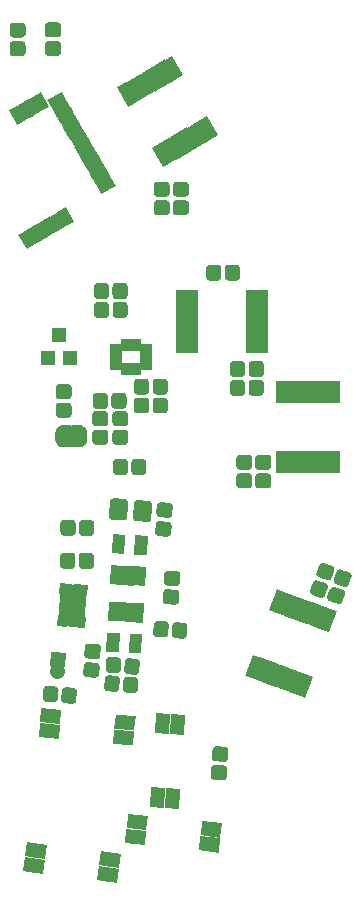
<source format=gbs>
G04 #@! TF.GenerationSoftware,KiCad,Pcbnew,(5.0.0)*
G04 #@! TF.CreationDate,2019-10-21T15:10:15+02:00*
G04 #@! TF.ProjectId,Insole_PCB,496E736F6C655F5043422E6B69636164,rev?*
G04 #@! TF.SameCoordinates,Original*
G04 #@! TF.FileFunction,Soldermask,Bot*
G04 #@! TF.FilePolarity,Negative*
%FSLAX46Y46*%
G04 Gerber Fmt 4.6, Leading zero omitted, Abs format (unit mm)*
G04 Created by KiCad (PCBNEW (5.0.0)) date 10/21/19 15:10:15*
%MOMM*%
%LPD*%
G01*
G04 APERTURE LIST*
%ADD10R,1.075000X0.650000*%
%ADD11R,0.650000X1.075000*%
%ADD12C,0.100000*%
%ADD13C,1.275000*%
%ADD14C,1.250000*%
%ADD15C,1.250000*%
%ADD16C,0.500000*%
%ADD17C,1.550000*%
%ADD18C,0.850000*%
%ADD19R,1.900000X0.850000*%
%ADD20R,0.850000X1.900000*%
%ADD21R,1.200000X1.300000*%
%ADD22C,1.050000*%
%ADD23C,0.810000*%
%ADD24C,2.200000*%
%ADD25C,0.900000*%
%ADD26C,0.800000*%
%ADD27C,1.200000*%
G04 APERTURE END LIST*
D10*
G04 #@! TO.C,U2*
X197056953Y-152370707D03*
X197056953Y-152870707D03*
X197056953Y-153370707D03*
X197056953Y-153870707D03*
X199581953Y-153870707D03*
X199581953Y-153370707D03*
X199581953Y-152870707D03*
X199581953Y-152370707D03*
D11*
X197819453Y-154133207D03*
X198319453Y-154133207D03*
X198819453Y-154133207D03*
X197819453Y-152108207D03*
X198819453Y-152108207D03*
X198319453Y-152108207D03*
G04 #@! TD*
D12*
G04 #@! TO.C,C1*
G36*
X194653608Y-178945491D02*
X195364372Y-178995192D01*
X195395431Y-178998903D01*
X195425978Y-179005640D01*
X195455717Y-179015339D01*
X195484362Y-179027906D01*
X195511638Y-179043220D01*
X195537281Y-179061134D01*
X195561045Y-179081475D01*
X195582701Y-179104047D01*
X195602039Y-179128633D01*
X195618875Y-179154997D01*
X195633046Y-179182884D01*
X195644415Y-179212025D01*
X195652873Y-179242140D01*
X195658339Y-179272940D01*
X195660759Y-179304127D01*
X195660111Y-179335401D01*
X195615641Y-179971348D01*
X195611930Y-180002408D01*
X195605193Y-180032954D01*
X195595494Y-180062693D01*
X195582927Y-180091339D01*
X195567613Y-180118614D01*
X195549699Y-180144257D01*
X195529358Y-180168021D01*
X195506786Y-180189677D01*
X195482199Y-180209016D01*
X195455836Y-180225851D01*
X195427949Y-180240022D01*
X195398808Y-180251391D01*
X195368692Y-180259849D01*
X195337893Y-180265315D01*
X195306706Y-180267735D01*
X195275432Y-180267087D01*
X194564668Y-180217386D01*
X194533609Y-180213675D01*
X194503062Y-180206938D01*
X194473323Y-180197239D01*
X194444678Y-180184672D01*
X194417402Y-180169358D01*
X194391759Y-180151444D01*
X194367995Y-180131103D01*
X194346339Y-180108531D01*
X194327001Y-180083945D01*
X194310165Y-180057581D01*
X194295994Y-180029694D01*
X194284625Y-180000553D01*
X194276167Y-179970438D01*
X194270701Y-179939638D01*
X194268281Y-179908451D01*
X194268929Y-179877177D01*
X194313399Y-179241230D01*
X194317110Y-179210170D01*
X194323847Y-179179624D01*
X194333546Y-179149885D01*
X194346113Y-179121239D01*
X194361427Y-179093964D01*
X194379341Y-179068321D01*
X194399682Y-179044557D01*
X194422254Y-179022901D01*
X194446841Y-179003562D01*
X194473204Y-178986727D01*
X194501091Y-178972556D01*
X194530232Y-178961187D01*
X194560348Y-178952729D01*
X194591147Y-178947263D01*
X194622334Y-178944843D01*
X194653608Y-178945491D01*
X194653608Y-178945491D01*
G37*
D13*
X194964520Y-179606289D03*
D12*
G36*
X194763474Y-177374327D02*
X195474238Y-177424028D01*
X195505297Y-177427739D01*
X195535844Y-177434476D01*
X195565583Y-177444175D01*
X195594228Y-177456742D01*
X195621504Y-177472056D01*
X195647147Y-177489970D01*
X195670911Y-177510311D01*
X195692567Y-177532883D01*
X195711905Y-177557469D01*
X195728741Y-177583833D01*
X195742912Y-177611720D01*
X195754281Y-177640861D01*
X195762739Y-177670976D01*
X195768205Y-177701776D01*
X195770625Y-177732963D01*
X195769977Y-177764237D01*
X195725507Y-178400184D01*
X195721796Y-178431244D01*
X195715059Y-178461790D01*
X195705360Y-178491529D01*
X195692793Y-178520175D01*
X195677479Y-178547450D01*
X195659565Y-178573093D01*
X195639224Y-178596857D01*
X195616652Y-178618513D01*
X195592065Y-178637852D01*
X195565702Y-178654687D01*
X195537815Y-178668858D01*
X195508674Y-178680227D01*
X195478558Y-178688685D01*
X195447759Y-178694151D01*
X195416572Y-178696571D01*
X195385298Y-178695923D01*
X194674534Y-178646222D01*
X194643475Y-178642511D01*
X194612928Y-178635774D01*
X194583189Y-178626075D01*
X194554544Y-178613508D01*
X194527268Y-178598194D01*
X194501625Y-178580280D01*
X194477861Y-178559939D01*
X194456205Y-178537367D01*
X194436867Y-178512781D01*
X194420031Y-178486417D01*
X194405860Y-178458530D01*
X194394491Y-178429389D01*
X194386033Y-178399274D01*
X194380567Y-178368474D01*
X194378147Y-178337287D01*
X194378795Y-178306013D01*
X194423265Y-177670066D01*
X194426976Y-177639006D01*
X194433713Y-177608460D01*
X194443412Y-177578721D01*
X194455979Y-177550075D01*
X194471293Y-177522800D01*
X194489207Y-177497157D01*
X194509548Y-177473393D01*
X194532120Y-177451737D01*
X194556707Y-177432398D01*
X194583070Y-177415563D01*
X194610957Y-177401392D01*
X194640098Y-177390023D01*
X194670214Y-177381565D01*
X194701013Y-177376099D01*
X194732200Y-177373679D01*
X194763474Y-177374327D01*
X194763474Y-177374327D01*
G37*
D13*
X195074386Y-178035125D03*
G04 #@! TD*
D12*
G04 #@! TO.C,C2*
G36*
X215491741Y-172571067D02*
X215522854Y-172574303D01*
X215553500Y-172580572D01*
X215583384Y-172589816D01*
X216252915Y-172833506D01*
X216281749Y-172845634D01*
X216309255Y-172860530D01*
X216335169Y-172878050D01*
X216359241Y-172898026D01*
X216381238Y-172920265D01*
X216400950Y-172944553D01*
X216418187Y-172970657D01*
X216432782Y-172998324D01*
X216444594Y-173027288D01*
X216453511Y-173057271D01*
X216459446Y-173087983D01*
X216462343Y-173119130D01*
X216462172Y-173150410D01*
X216458936Y-173181523D01*
X216452666Y-173212168D01*
X216443423Y-173242052D01*
X216225386Y-173841106D01*
X216213258Y-173869939D01*
X216198362Y-173897446D01*
X216180842Y-173923359D01*
X216160866Y-173947431D01*
X216138627Y-173969429D01*
X216114339Y-173989141D01*
X216088236Y-174006377D01*
X216060569Y-174020972D01*
X216031605Y-174032785D01*
X216001622Y-174041702D01*
X215970909Y-174047637D01*
X215939763Y-174050534D01*
X215908483Y-174050363D01*
X215877370Y-174047127D01*
X215846724Y-174040858D01*
X215816840Y-174031614D01*
X215147309Y-173787924D01*
X215118475Y-173775796D01*
X215090969Y-173760900D01*
X215065055Y-173743380D01*
X215040983Y-173723404D01*
X215018986Y-173701165D01*
X214999274Y-173676877D01*
X214982037Y-173650773D01*
X214967442Y-173623106D01*
X214955630Y-173594142D01*
X214946713Y-173564159D01*
X214940778Y-173533447D01*
X214937881Y-173502300D01*
X214938052Y-173471020D01*
X214941288Y-173439907D01*
X214947558Y-173409262D01*
X214956801Y-173379378D01*
X215174838Y-172780324D01*
X215186966Y-172751491D01*
X215201862Y-172723984D01*
X215219382Y-172698071D01*
X215239358Y-172673999D01*
X215261597Y-172652001D01*
X215285885Y-172632289D01*
X215311988Y-172615053D01*
X215339655Y-172600458D01*
X215368619Y-172588645D01*
X215398602Y-172579728D01*
X215429315Y-172573793D01*
X215460461Y-172570896D01*
X215491741Y-172571067D01*
X215491741Y-172571067D01*
G37*
D13*
X215700112Y-173310715D03*
D12*
G36*
X216030423Y-171091051D02*
X216061536Y-171094287D01*
X216092182Y-171100556D01*
X216122066Y-171109800D01*
X216791597Y-171353490D01*
X216820431Y-171365618D01*
X216847937Y-171380514D01*
X216873851Y-171398034D01*
X216897923Y-171418010D01*
X216919920Y-171440249D01*
X216939632Y-171464537D01*
X216956869Y-171490641D01*
X216971464Y-171518308D01*
X216983276Y-171547272D01*
X216992193Y-171577255D01*
X216998128Y-171607967D01*
X217001025Y-171639114D01*
X217000854Y-171670394D01*
X216997618Y-171701507D01*
X216991348Y-171732152D01*
X216982105Y-171762036D01*
X216764068Y-172361090D01*
X216751940Y-172389923D01*
X216737044Y-172417430D01*
X216719524Y-172443343D01*
X216699548Y-172467415D01*
X216677309Y-172489413D01*
X216653021Y-172509125D01*
X216626918Y-172526361D01*
X216599251Y-172540956D01*
X216570287Y-172552769D01*
X216540304Y-172561686D01*
X216509591Y-172567621D01*
X216478445Y-172570518D01*
X216447165Y-172570347D01*
X216416052Y-172567111D01*
X216385406Y-172560842D01*
X216355522Y-172551598D01*
X215685991Y-172307908D01*
X215657157Y-172295780D01*
X215629651Y-172280884D01*
X215603737Y-172263364D01*
X215579665Y-172243388D01*
X215557668Y-172221149D01*
X215537956Y-172196861D01*
X215520719Y-172170757D01*
X215506124Y-172143090D01*
X215494312Y-172114126D01*
X215485395Y-172084143D01*
X215479460Y-172053431D01*
X215476563Y-172022284D01*
X215476734Y-171991004D01*
X215479970Y-171959891D01*
X215486240Y-171929246D01*
X215495483Y-171899362D01*
X215713520Y-171300308D01*
X215725648Y-171271475D01*
X215740544Y-171243968D01*
X215758064Y-171218055D01*
X215778040Y-171193983D01*
X215800279Y-171171985D01*
X215824567Y-171152273D01*
X215850670Y-171135037D01*
X215878337Y-171120442D01*
X215907301Y-171108629D01*
X215937284Y-171099712D01*
X215967997Y-171093777D01*
X215999143Y-171090880D01*
X216030423Y-171091051D01*
X216030423Y-171091051D01*
G37*
D13*
X216238794Y-171830699D03*
G04 #@! TD*
D12*
G04 #@! TO.C,C3*
G36*
X201479485Y-171192594D02*
X202191009Y-171229884D01*
X202222129Y-171233052D01*
X202252789Y-171239255D01*
X202282692Y-171248433D01*
X202311553Y-171260498D01*
X202339091Y-171275334D01*
X202365043Y-171292798D01*
X202389158Y-171312721D01*
X202411205Y-171334912D01*
X202430970Y-171359157D01*
X202448263Y-171385223D01*
X202462918Y-171412858D01*
X202474794Y-171441796D01*
X202483776Y-171471760D01*
X202489778Y-171502459D01*
X202492743Y-171533599D01*
X202492640Y-171564879D01*
X202459276Y-172201505D01*
X202456108Y-172232625D01*
X202449905Y-172263284D01*
X202440727Y-172293188D01*
X202428662Y-172322048D01*
X202413826Y-172349587D01*
X202396363Y-172375539D01*
X202376439Y-172399654D01*
X202354248Y-172421700D01*
X202330003Y-172441465D01*
X202303938Y-172458759D01*
X202276303Y-172473414D01*
X202247364Y-172485290D01*
X202217401Y-172494272D01*
X202186701Y-172500274D01*
X202155561Y-172503239D01*
X202124281Y-172503136D01*
X201412757Y-172465846D01*
X201381637Y-172462678D01*
X201350977Y-172456475D01*
X201321074Y-172447297D01*
X201292213Y-172435232D01*
X201264675Y-172420396D01*
X201238723Y-172402932D01*
X201214608Y-172383009D01*
X201192561Y-172360818D01*
X201172796Y-172336573D01*
X201155503Y-172310507D01*
X201140848Y-172282872D01*
X201128972Y-172253934D01*
X201119990Y-172223970D01*
X201113988Y-172193271D01*
X201111023Y-172162131D01*
X201111126Y-172130851D01*
X201144490Y-171494225D01*
X201147658Y-171463105D01*
X201153861Y-171432446D01*
X201163039Y-171402542D01*
X201175104Y-171373682D01*
X201189940Y-171346143D01*
X201207403Y-171320191D01*
X201227327Y-171296076D01*
X201249518Y-171274030D01*
X201273763Y-171254265D01*
X201299828Y-171236971D01*
X201327463Y-171222316D01*
X201356402Y-171210440D01*
X201386365Y-171201458D01*
X201417065Y-171195456D01*
X201448205Y-171192491D01*
X201479485Y-171192594D01*
X201479485Y-171192594D01*
G37*
D13*
X201801883Y-171847865D03*
D12*
G36*
X201397055Y-172765436D02*
X202108579Y-172802726D01*
X202139699Y-172805894D01*
X202170359Y-172812097D01*
X202200262Y-172821275D01*
X202229123Y-172833340D01*
X202256661Y-172848176D01*
X202282613Y-172865640D01*
X202306728Y-172885563D01*
X202328775Y-172907754D01*
X202348540Y-172931999D01*
X202365833Y-172958065D01*
X202380488Y-172985700D01*
X202392364Y-173014638D01*
X202401346Y-173044602D01*
X202407348Y-173075301D01*
X202410313Y-173106441D01*
X202410210Y-173137721D01*
X202376846Y-173774347D01*
X202373678Y-173805467D01*
X202367475Y-173836126D01*
X202358297Y-173866030D01*
X202346232Y-173894890D01*
X202331396Y-173922429D01*
X202313933Y-173948381D01*
X202294009Y-173972496D01*
X202271818Y-173994542D01*
X202247573Y-174014307D01*
X202221508Y-174031601D01*
X202193873Y-174046256D01*
X202164934Y-174058132D01*
X202134971Y-174067114D01*
X202104271Y-174073116D01*
X202073131Y-174076081D01*
X202041851Y-174075978D01*
X201330327Y-174038688D01*
X201299207Y-174035520D01*
X201268547Y-174029317D01*
X201238644Y-174020139D01*
X201209783Y-174008074D01*
X201182245Y-173993238D01*
X201156293Y-173975774D01*
X201132178Y-173955851D01*
X201110131Y-173933660D01*
X201090366Y-173909415D01*
X201073073Y-173883349D01*
X201058418Y-173855714D01*
X201046542Y-173826776D01*
X201037560Y-173796812D01*
X201031558Y-173766113D01*
X201028593Y-173734973D01*
X201028696Y-173703693D01*
X201062060Y-173067067D01*
X201065228Y-173035947D01*
X201071431Y-173005288D01*
X201080609Y-172975384D01*
X201092674Y-172946524D01*
X201107510Y-172918985D01*
X201124973Y-172893033D01*
X201144897Y-172868918D01*
X201167088Y-172846872D01*
X201191333Y-172827107D01*
X201217398Y-172809813D01*
X201245033Y-172795158D01*
X201273972Y-172783282D01*
X201303935Y-172774300D01*
X201334635Y-172768298D01*
X201365775Y-172765333D01*
X201397055Y-172765436D01*
X201397055Y-172765436D01*
G37*
D13*
X201719453Y-173420707D03*
G04 #@! TD*
D12*
G04 #@! TO.C,C4*
G36*
X200753608Y-166995491D02*
X201464372Y-167045192D01*
X201495431Y-167048903D01*
X201525978Y-167055640D01*
X201555717Y-167065339D01*
X201584362Y-167077906D01*
X201611638Y-167093220D01*
X201637281Y-167111134D01*
X201661045Y-167131475D01*
X201682701Y-167154047D01*
X201702039Y-167178633D01*
X201718875Y-167204997D01*
X201733046Y-167232884D01*
X201744415Y-167262025D01*
X201752873Y-167292140D01*
X201758339Y-167322940D01*
X201760759Y-167354127D01*
X201760111Y-167385401D01*
X201715641Y-168021348D01*
X201711930Y-168052408D01*
X201705193Y-168082954D01*
X201695494Y-168112693D01*
X201682927Y-168141339D01*
X201667613Y-168168614D01*
X201649699Y-168194257D01*
X201629358Y-168218021D01*
X201606786Y-168239677D01*
X201582199Y-168259016D01*
X201555836Y-168275851D01*
X201527949Y-168290022D01*
X201498808Y-168301391D01*
X201468692Y-168309849D01*
X201437893Y-168315315D01*
X201406706Y-168317735D01*
X201375432Y-168317087D01*
X200664668Y-168267386D01*
X200633609Y-168263675D01*
X200603062Y-168256938D01*
X200573323Y-168247239D01*
X200544678Y-168234672D01*
X200517402Y-168219358D01*
X200491759Y-168201444D01*
X200467995Y-168181103D01*
X200446339Y-168158531D01*
X200427001Y-168133945D01*
X200410165Y-168107581D01*
X200395994Y-168079694D01*
X200384625Y-168050553D01*
X200376167Y-168020438D01*
X200370701Y-167989638D01*
X200368281Y-167958451D01*
X200368929Y-167927177D01*
X200413399Y-167291230D01*
X200417110Y-167260170D01*
X200423847Y-167229624D01*
X200433546Y-167199885D01*
X200446113Y-167171239D01*
X200461427Y-167143964D01*
X200479341Y-167118321D01*
X200499682Y-167094557D01*
X200522254Y-167072901D01*
X200546841Y-167053562D01*
X200573204Y-167036727D01*
X200601091Y-167022556D01*
X200630232Y-167011187D01*
X200660348Y-167002729D01*
X200691147Y-166997263D01*
X200722334Y-166994843D01*
X200753608Y-166995491D01*
X200753608Y-166995491D01*
G37*
D13*
X201064520Y-167656289D03*
D12*
G36*
X200863474Y-165424327D02*
X201574238Y-165474028D01*
X201605297Y-165477739D01*
X201635844Y-165484476D01*
X201665583Y-165494175D01*
X201694228Y-165506742D01*
X201721504Y-165522056D01*
X201747147Y-165539970D01*
X201770911Y-165560311D01*
X201792567Y-165582883D01*
X201811905Y-165607469D01*
X201828741Y-165633833D01*
X201842912Y-165661720D01*
X201854281Y-165690861D01*
X201862739Y-165720976D01*
X201868205Y-165751776D01*
X201870625Y-165782963D01*
X201869977Y-165814237D01*
X201825507Y-166450184D01*
X201821796Y-166481244D01*
X201815059Y-166511790D01*
X201805360Y-166541529D01*
X201792793Y-166570175D01*
X201777479Y-166597450D01*
X201759565Y-166623093D01*
X201739224Y-166646857D01*
X201716652Y-166668513D01*
X201692065Y-166687852D01*
X201665702Y-166704687D01*
X201637815Y-166718858D01*
X201608674Y-166730227D01*
X201578558Y-166738685D01*
X201547759Y-166744151D01*
X201516572Y-166746571D01*
X201485298Y-166745923D01*
X200774534Y-166696222D01*
X200743475Y-166692511D01*
X200712928Y-166685774D01*
X200683189Y-166676075D01*
X200654544Y-166663508D01*
X200627268Y-166648194D01*
X200601625Y-166630280D01*
X200577861Y-166609939D01*
X200556205Y-166587367D01*
X200536867Y-166562781D01*
X200520031Y-166536417D01*
X200505860Y-166508530D01*
X200494491Y-166479389D01*
X200486033Y-166449274D01*
X200480567Y-166418474D01*
X200478147Y-166387287D01*
X200478795Y-166356013D01*
X200523265Y-165720066D01*
X200526976Y-165689006D01*
X200533713Y-165658460D01*
X200543412Y-165628721D01*
X200555979Y-165600075D01*
X200571293Y-165572800D01*
X200589207Y-165547157D01*
X200609548Y-165523393D01*
X200632120Y-165501737D01*
X200656707Y-165482398D01*
X200683070Y-165465563D01*
X200710957Y-165451392D01*
X200740098Y-165440023D01*
X200770214Y-165431565D01*
X200801013Y-165426099D01*
X200832200Y-165423679D01*
X200863474Y-165424327D01*
X200863474Y-165424327D01*
G37*
D13*
X201174386Y-166085125D03*
G04 #@! TD*
D12*
G04 #@! TO.C,C5*
G36*
X214041741Y-172021067D02*
X214072854Y-172024303D01*
X214103500Y-172030572D01*
X214133384Y-172039816D01*
X214802915Y-172283506D01*
X214831749Y-172295634D01*
X214859255Y-172310530D01*
X214885169Y-172328050D01*
X214909241Y-172348026D01*
X214931238Y-172370265D01*
X214950950Y-172394553D01*
X214968187Y-172420657D01*
X214982782Y-172448324D01*
X214994594Y-172477288D01*
X215003511Y-172507271D01*
X215009446Y-172537983D01*
X215012343Y-172569130D01*
X215012172Y-172600410D01*
X215008936Y-172631523D01*
X215002666Y-172662168D01*
X214993423Y-172692052D01*
X214775386Y-173291106D01*
X214763258Y-173319939D01*
X214748362Y-173347446D01*
X214730842Y-173373359D01*
X214710866Y-173397431D01*
X214688627Y-173419429D01*
X214664339Y-173439141D01*
X214638236Y-173456377D01*
X214610569Y-173470972D01*
X214581605Y-173482785D01*
X214551622Y-173491702D01*
X214520909Y-173497637D01*
X214489763Y-173500534D01*
X214458483Y-173500363D01*
X214427370Y-173497127D01*
X214396724Y-173490858D01*
X214366840Y-173481614D01*
X213697309Y-173237924D01*
X213668475Y-173225796D01*
X213640969Y-173210900D01*
X213615055Y-173193380D01*
X213590983Y-173173404D01*
X213568986Y-173151165D01*
X213549274Y-173126877D01*
X213532037Y-173100773D01*
X213517442Y-173073106D01*
X213505630Y-173044142D01*
X213496713Y-173014159D01*
X213490778Y-172983447D01*
X213487881Y-172952300D01*
X213488052Y-172921020D01*
X213491288Y-172889907D01*
X213497558Y-172859262D01*
X213506801Y-172829378D01*
X213724838Y-172230324D01*
X213736966Y-172201491D01*
X213751862Y-172173984D01*
X213769382Y-172148071D01*
X213789358Y-172123999D01*
X213811597Y-172102001D01*
X213835885Y-172082289D01*
X213861988Y-172065053D01*
X213889655Y-172050458D01*
X213918619Y-172038645D01*
X213948602Y-172029728D01*
X213979315Y-172023793D01*
X214010461Y-172020896D01*
X214041741Y-172021067D01*
X214041741Y-172021067D01*
G37*
D13*
X214250112Y-172760715D03*
D12*
G36*
X214580423Y-170541051D02*
X214611536Y-170544287D01*
X214642182Y-170550556D01*
X214672066Y-170559800D01*
X215341597Y-170803490D01*
X215370431Y-170815618D01*
X215397937Y-170830514D01*
X215423851Y-170848034D01*
X215447923Y-170868010D01*
X215469920Y-170890249D01*
X215489632Y-170914537D01*
X215506869Y-170940641D01*
X215521464Y-170968308D01*
X215533276Y-170997272D01*
X215542193Y-171027255D01*
X215548128Y-171057967D01*
X215551025Y-171089114D01*
X215550854Y-171120394D01*
X215547618Y-171151507D01*
X215541348Y-171182152D01*
X215532105Y-171212036D01*
X215314068Y-171811090D01*
X215301940Y-171839923D01*
X215287044Y-171867430D01*
X215269524Y-171893343D01*
X215249548Y-171917415D01*
X215227309Y-171939413D01*
X215203021Y-171959125D01*
X215176918Y-171976361D01*
X215149251Y-171990956D01*
X215120287Y-172002769D01*
X215090304Y-172011686D01*
X215059591Y-172017621D01*
X215028445Y-172020518D01*
X214997165Y-172020347D01*
X214966052Y-172017111D01*
X214935406Y-172010842D01*
X214905522Y-172001598D01*
X214235991Y-171757908D01*
X214207157Y-171745780D01*
X214179651Y-171730884D01*
X214153737Y-171713364D01*
X214129665Y-171693388D01*
X214107668Y-171671149D01*
X214087956Y-171646861D01*
X214070719Y-171620757D01*
X214056124Y-171593090D01*
X214044312Y-171564126D01*
X214035395Y-171534143D01*
X214029460Y-171503431D01*
X214026563Y-171472284D01*
X214026734Y-171441004D01*
X214029970Y-171409891D01*
X214036240Y-171379246D01*
X214045483Y-171349362D01*
X214263520Y-170750308D01*
X214275648Y-170721475D01*
X214290544Y-170693968D01*
X214308064Y-170668055D01*
X214328040Y-170643983D01*
X214350279Y-170621985D01*
X214374567Y-170602273D01*
X214400670Y-170585037D01*
X214428337Y-170570442D01*
X214457301Y-170558629D01*
X214487284Y-170549712D01*
X214517997Y-170543777D01*
X214549143Y-170540880D01*
X214580423Y-170541051D01*
X214580423Y-170541051D01*
G37*
D13*
X214788794Y-171280699D03*
G04 #@! TD*
D12*
G04 #@! TO.C,C6*
G36*
X208306946Y-161384742D02*
X208337888Y-161389332D01*
X208368231Y-161396932D01*
X208397683Y-161407470D01*
X208425961Y-161420845D01*
X208452791Y-161436926D01*
X208477916Y-161455560D01*
X208501093Y-161476567D01*
X208522100Y-161499744D01*
X208540734Y-161524869D01*
X208556815Y-161551699D01*
X208570190Y-161579977D01*
X208580728Y-161609429D01*
X208588328Y-161639772D01*
X208592918Y-161670714D01*
X208594453Y-161701957D01*
X208594453Y-162339457D01*
X208592918Y-162370700D01*
X208588328Y-162401642D01*
X208580728Y-162431985D01*
X208570190Y-162461437D01*
X208556815Y-162489715D01*
X208540734Y-162516545D01*
X208522100Y-162541670D01*
X208501093Y-162564847D01*
X208477916Y-162585854D01*
X208452791Y-162604488D01*
X208425961Y-162620569D01*
X208397683Y-162633944D01*
X208368231Y-162644482D01*
X208337888Y-162652082D01*
X208306946Y-162656672D01*
X208275703Y-162658207D01*
X207563203Y-162658207D01*
X207531960Y-162656672D01*
X207501018Y-162652082D01*
X207470675Y-162644482D01*
X207441223Y-162633944D01*
X207412945Y-162620569D01*
X207386115Y-162604488D01*
X207360990Y-162585854D01*
X207337813Y-162564847D01*
X207316806Y-162541670D01*
X207298172Y-162516545D01*
X207282091Y-162489715D01*
X207268716Y-162461437D01*
X207258178Y-162431985D01*
X207250578Y-162401642D01*
X207245988Y-162370700D01*
X207244453Y-162339457D01*
X207244453Y-161701957D01*
X207245988Y-161670714D01*
X207250578Y-161639772D01*
X207258178Y-161609429D01*
X207268716Y-161579977D01*
X207282091Y-161551699D01*
X207298172Y-161524869D01*
X207316806Y-161499744D01*
X207337813Y-161476567D01*
X207360990Y-161455560D01*
X207386115Y-161436926D01*
X207412945Y-161420845D01*
X207441223Y-161407470D01*
X207470675Y-161396932D01*
X207501018Y-161389332D01*
X207531960Y-161384742D01*
X207563203Y-161383207D01*
X208275703Y-161383207D01*
X208306946Y-161384742D01*
X208306946Y-161384742D01*
G37*
D13*
X207919453Y-162020707D03*
D12*
G36*
X208306946Y-162959742D02*
X208337888Y-162964332D01*
X208368231Y-162971932D01*
X208397683Y-162982470D01*
X208425961Y-162995845D01*
X208452791Y-163011926D01*
X208477916Y-163030560D01*
X208501093Y-163051567D01*
X208522100Y-163074744D01*
X208540734Y-163099869D01*
X208556815Y-163126699D01*
X208570190Y-163154977D01*
X208580728Y-163184429D01*
X208588328Y-163214772D01*
X208592918Y-163245714D01*
X208594453Y-163276957D01*
X208594453Y-163914457D01*
X208592918Y-163945700D01*
X208588328Y-163976642D01*
X208580728Y-164006985D01*
X208570190Y-164036437D01*
X208556815Y-164064715D01*
X208540734Y-164091545D01*
X208522100Y-164116670D01*
X208501093Y-164139847D01*
X208477916Y-164160854D01*
X208452791Y-164179488D01*
X208425961Y-164195569D01*
X208397683Y-164208944D01*
X208368231Y-164219482D01*
X208337888Y-164227082D01*
X208306946Y-164231672D01*
X208275703Y-164233207D01*
X207563203Y-164233207D01*
X207531960Y-164231672D01*
X207501018Y-164227082D01*
X207470675Y-164219482D01*
X207441223Y-164208944D01*
X207412945Y-164195569D01*
X207386115Y-164179488D01*
X207360990Y-164160854D01*
X207337813Y-164139847D01*
X207316806Y-164116670D01*
X207298172Y-164091545D01*
X207282091Y-164064715D01*
X207268716Y-164036437D01*
X207258178Y-164006985D01*
X207250578Y-163976642D01*
X207245988Y-163945700D01*
X207244453Y-163914457D01*
X207244453Y-163276957D01*
X207245988Y-163245714D01*
X207250578Y-163214772D01*
X207258178Y-163184429D01*
X207268716Y-163154977D01*
X207282091Y-163126699D01*
X207298172Y-163099869D01*
X207316806Y-163074744D01*
X207337813Y-163051567D01*
X207360990Y-163030560D01*
X207386115Y-163011926D01*
X207412945Y-162995845D01*
X207441223Y-162982470D01*
X207470675Y-162971932D01*
X207501018Y-162964332D01*
X207531960Y-162959742D01*
X207563203Y-162958207D01*
X208275703Y-162958207D01*
X208306946Y-162959742D01*
X208306946Y-162959742D01*
G37*
D13*
X207919453Y-163595707D03*
G04 #@! TD*
D12*
G04 #@! TO.C,C7*
G36*
X209906946Y-161397242D02*
X209937888Y-161401832D01*
X209968231Y-161409432D01*
X209997683Y-161419970D01*
X210025961Y-161433345D01*
X210052791Y-161449426D01*
X210077916Y-161468060D01*
X210101093Y-161489067D01*
X210122100Y-161512244D01*
X210140734Y-161537369D01*
X210156815Y-161564199D01*
X210170190Y-161592477D01*
X210180728Y-161621929D01*
X210188328Y-161652272D01*
X210192918Y-161683214D01*
X210194453Y-161714457D01*
X210194453Y-162351957D01*
X210192918Y-162383200D01*
X210188328Y-162414142D01*
X210180728Y-162444485D01*
X210170190Y-162473937D01*
X210156815Y-162502215D01*
X210140734Y-162529045D01*
X210122100Y-162554170D01*
X210101093Y-162577347D01*
X210077916Y-162598354D01*
X210052791Y-162616988D01*
X210025961Y-162633069D01*
X209997683Y-162646444D01*
X209968231Y-162656982D01*
X209937888Y-162664582D01*
X209906946Y-162669172D01*
X209875703Y-162670707D01*
X209163203Y-162670707D01*
X209131960Y-162669172D01*
X209101018Y-162664582D01*
X209070675Y-162656982D01*
X209041223Y-162646444D01*
X209012945Y-162633069D01*
X208986115Y-162616988D01*
X208960990Y-162598354D01*
X208937813Y-162577347D01*
X208916806Y-162554170D01*
X208898172Y-162529045D01*
X208882091Y-162502215D01*
X208868716Y-162473937D01*
X208858178Y-162444485D01*
X208850578Y-162414142D01*
X208845988Y-162383200D01*
X208844453Y-162351957D01*
X208844453Y-161714457D01*
X208845988Y-161683214D01*
X208850578Y-161652272D01*
X208858178Y-161621929D01*
X208868716Y-161592477D01*
X208882091Y-161564199D01*
X208898172Y-161537369D01*
X208916806Y-161512244D01*
X208937813Y-161489067D01*
X208960990Y-161468060D01*
X208986115Y-161449426D01*
X209012945Y-161433345D01*
X209041223Y-161419970D01*
X209070675Y-161409432D01*
X209101018Y-161401832D01*
X209131960Y-161397242D01*
X209163203Y-161395707D01*
X209875703Y-161395707D01*
X209906946Y-161397242D01*
X209906946Y-161397242D01*
G37*
D13*
X209519453Y-162033207D03*
D12*
G36*
X209906946Y-162972242D02*
X209937888Y-162976832D01*
X209968231Y-162984432D01*
X209997683Y-162994970D01*
X210025961Y-163008345D01*
X210052791Y-163024426D01*
X210077916Y-163043060D01*
X210101093Y-163064067D01*
X210122100Y-163087244D01*
X210140734Y-163112369D01*
X210156815Y-163139199D01*
X210170190Y-163167477D01*
X210180728Y-163196929D01*
X210188328Y-163227272D01*
X210192918Y-163258214D01*
X210194453Y-163289457D01*
X210194453Y-163926957D01*
X210192918Y-163958200D01*
X210188328Y-163989142D01*
X210180728Y-164019485D01*
X210170190Y-164048937D01*
X210156815Y-164077215D01*
X210140734Y-164104045D01*
X210122100Y-164129170D01*
X210101093Y-164152347D01*
X210077916Y-164173354D01*
X210052791Y-164191988D01*
X210025961Y-164208069D01*
X209997683Y-164221444D01*
X209968231Y-164231982D01*
X209937888Y-164239582D01*
X209906946Y-164244172D01*
X209875703Y-164245707D01*
X209163203Y-164245707D01*
X209131960Y-164244172D01*
X209101018Y-164239582D01*
X209070675Y-164231982D01*
X209041223Y-164221444D01*
X209012945Y-164208069D01*
X208986115Y-164191988D01*
X208960990Y-164173354D01*
X208937813Y-164152347D01*
X208916806Y-164129170D01*
X208898172Y-164104045D01*
X208882091Y-164077215D01*
X208868716Y-164048937D01*
X208858178Y-164019485D01*
X208850578Y-163989142D01*
X208845988Y-163958200D01*
X208844453Y-163926957D01*
X208844453Y-163289457D01*
X208845988Y-163258214D01*
X208850578Y-163227272D01*
X208858178Y-163196929D01*
X208868716Y-163167477D01*
X208882091Y-163139199D01*
X208898172Y-163112369D01*
X208916806Y-163087244D01*
X208937813Y-163064067D01*
X208960990Y-163043060D01*
X208986115Y-163024426D01*
X209012945Y-163008345D01*
X209041223Y-162994970D01*
X209070675Y-162984432D01*
X209101018Y-162976832D01*
X209131960Y-162972242D01*
X209163203Y-162970707D01*
X209875703Y-162970707D01*
X209906946Y-162972242D01*
X209906946Y-162972242D01*
G37*
D13*
X209519453Y-163608207D03*
G04 #@! TD*
D12*
G04 #@! TO.C,C8*
G36*
X209269446Y-155047242D02*
X209300388Y-155051832D01*
X209330731Y-155059432D01*
X209360183Y-155069970D01*
X209388461Y-155083345D01*
X209415291Y-155099426D01*
X209440416Y-155118060D01*
X209463593Y-155139067D01*
X209484600Y-155162244D01*
X209503234Y-155187369D01*
X209519315Y-155214199D01*
X209532690Y-155242477D01*
X209543228Y-155271929D01*
X209550828Y-155302272D01*
X209555418Y-155333214D01*
X209556953Y-155364457D01*
X209556953Y-156076957D01*
X209555418Y-156108200D01*
X209550828Y-156139142D01*
X209543228Y-156169485D01*
X209532690Y-156198937D01*
X209519315Y-156227215D01*
X209503234Y-156254045D01*
X209484600Y-156279170D01*
X209463593Y-156302347D01*
X209440416Y-156323354D01*
X209415291Y-156341988D01*
X209388461Y-156358069D01*
X209360183Y-156371444D01*
X209330731Y-156381982D01*
X209300388Y-156389582D01*
X209269446Y-156394172D01*
X209238203Y-156395707D01*
X208600703Y-156395707D01*
X208569460Y-156394172D01*
X208538518Y-156389582D01*
X208508175Y-156381982D01*
X208478723Y-156371444D01*
X208450445Y-156358069D01*
X208423615Y-156341988D01*
X208398490Y-156323354D01*
X208375313Y-156302347D01*
X208354306Y-156279170D01*
X208335672Y-156254045D01*
X208319591Y-156227215D01*
X208306216Y-156198937D01*
X208295678Y-156169485D01*
X208288078Y-156139142D01*
X208283488Y-156108200D01*
X208281953Y-156076957D01*
X208281953Y-155364457D01*
X208283488Y-155333214D01*
X208288078Y-155302272D01*
X208295678Y-155271929D01*
X208306216Y-155242477D01*
X208319591Y-155214199D01*
X208335672Y-155187369D01*
X208354306Y-155162244D01*
X208375313Y-155139067D01*
X208398490Y-155118060D01*
X208423615Y-155099426D01*
X208450445Y-155083345D01*
X208478723Y-155069970D01*
X208508175Y-155059432D01*
X208538518Y-155051832D01*
X208569460Y-155047242D01*
X208600703Y-155045707D01*
X209238203Y-155045707D01*
X209269446Y-155047242D01*
X209269446Y-155047242D01*
G37*
D13*
X208919453Y-155720707D03*
D12*
G36*
X207694446Y-155047242D02*
X207725388Y-155051832D01*
X207755731Y-155059432D01*
X207785183Y-155069970D01*
X207813461Y-155083345D01*
X207840291Y-155099426D01*
X207865416Y-155118060D01*
X207888593Y-155139067D01*
X207909600Y-155162244D01*
X207928234Y-155187369D01*
X207944315Y-155214199D01*
X207957690Y-155242477D01*
X207968228Y-155271929D01*
X207975828Y-155302272D01*
X207980418Y-155333214D01*
X207981953Y-155364457D01*
X207981953Y-156076957D01*
X207980418Y-156108200D01*
X207975828Y-156139142D01*
X207968228Y-156169485D01*
X207957690Y-156198937D01*
X207944315Y-156227215D01*
X207928234Y-156254045D01*
X207909600Y-156279170D01*
X207888593Y-156302347D01*
X207865416Y-156323354D01*
X207840291Y-156341988D01*
X207813461Y-156358069D01*
X207785183Y-156371444D01*
X207755731Y-156381982D01*
X207725388Y-156389582D01*
X207694446Y-156394172D01*
X207663203Y-156395707D01*
X207025703Y-156395707D01*
X206994460Y-156394172D01*
X206963518Y-156389582D01*
X206933175Y-156381982D01*
X206903723Y-156371444D01*
X206875445Y-156358069D01*
X206848615Y-156341988D01*
X206823490Y-156323354D01*
X206800313Y-156302347D01*
X206779306Y-156279170D01*
X206760672Y-156254045D01*
X206744591Y-156227215D01*
X206731216Y-156198937D01*
X206720678Y-156169485D01*
X206713078Y-156139142D01*
X206708488Y-156108200D01*
X206706953Y-156076957D01*
X206706953Y-155364457D01*
X206708488Y-155333214D01*
X206713078Y-155302272D01*
X206720678Y-155271929D01*
X206731216Y-155242477D01*
X206744591Y-155214199D01*
X206760672Y-155187369D01*
X206779306Y-155162244D01*
X206800313Y-155139067D01*
X206823490Y-155118060D01*
X206848615Y-155099426D01*
X206875445Y-155083345D01*
X206903723Y-155069970D01*
X206933175Y-155059432D01*
X206963518Y-155051832D01*
X206994460Y-155047242D01*
X207025703Y-155045707D01*
X207663203Y-155045707D01*
X207694446Y-155047242D01*
X207694446Y-155047242D01*
G37*
D13*
X207344453Y-155720707D03*
G04 #@! TD*
D12*
G04 #@! TO.C,C9*
G36*
X209269446Y-153447242D02*
X209300388Y-153451832D01*
X209330731Y-153459432D01*
X209360183Y-153469970D01*
X209388461Y-153483345D01*
X209415291Y-153499426D01*
X209440416Y-153518060D01*
X209463593Y-153539067D01*
X209484600Y-153562244D01*
X209503234Y-153587369D01*
X209519315Y-153614199D01*
X209532690Y-153642477D01*
X209543228Y-153671929D01*
X209550828Y-153702272D01*
X209555418Y-153733214D01*
X209556953Y-153764457D01*
X209556953Y-154476957D01*
X209555418Y-154508200D01*
X209550828Y-154539142D01*
X209543228Y-154569485D01*
X209532690Y-154598937D01*
X209519315Y-154627215D01*
X209503234Y-154654045D01*
X209484600Y-154679170D01*
X209463593Y-154702347D01*
X209440416Y-154723354D01*
X209415291Y-154741988D01*
X209388461Y-154758069D01*
X209360183Y-154771444D01*
X209330731Y-154781982D01*
X209300388Y-154789582D01*
X209269446Y-154794172D01*
X209238203Y-154795707D01*
X208600703Y-154795707D01*
X208569460Y-154794172D01*
X208538518Y-154789582D01*
X208508175Y-154781982D01*
X208478723Y-154771444D01*
X208450445Y-154758069D01*
X208423615Y-154741988D01*
X208398490Y-154723354D01*
X208375313Y-154702347D01*
X208354306Y-154679170D01*
X208335672Y-154654045D01*
X208319591Y-154627215D01*
X208306216Y-154598937D01*
X208295678Y-154569485D01*
X208288078Y-154539142D01*
X208283488Y-154508200D01*
X208281953Y-154476957D01*
X208281953Y-153764457D01*
X208283488Y-153733214D01*
X208288078Y-153702272D01*
X208295678Y-153671929D01*
X208306216Y-153642477D01*
X208319591Y-153614199D01*
X208335672Y-153587369D01*
X208354306Y-153562244D01*
X208375313Y-153539067D01*
X208398490Y-153518060D01*
X208423615Y-153499426D01*
X208450445Y-153483345D01*
X208478723Y-153469970D01*
X208508175Y-153459432D01*
X208538518Y-153451832D01*
X208569460Y-153447242D01*
X208600703Y-153445707D01*
X209238203Y-153445707D01*
X209269446Y-153447242D01*
X209269446Y-153447242D01*
G37*
D13*
X208919453Y-154120707D03*
D12*
G36*
X207694446Y-153447242D02*
X207725388Y-153451832D01*
X207755731Y-153459432D01*
X207785183Y-153469970D01*
X207813461Y-153483345D01*
X207840291Y-153499426D01*
X207865416Y-153518060D01*
X207888593Y-153539067D01*
X207909600Y-153562244D01*
X207928234Y-153587369D01*
X207944315Y-153614199D01*
X207957690Y-153642477D01*
X207968228Y-153671929D01*
X207975828Y-153702272D01*
X207980418Y-153733214D01*
X207981953Y-153764457D01*
X207981953Y-154476957D01*
X207980418Y-154508200D01*
X207975828Y-154539142D01*
X207968228Y-154569485D01*
X207957690Y-154598937D01*
X207944315Y-154627215D01*
X207928234Y-154654045D01*
X207909600Y-154679170D01*
X207888593Y-154702347D01*
X207865416Y-154723354D01*
X207840291Y-154741988D01*
X207813461Y-154758069D01*
X207785183Y-154771444D01*
X207755731Y-154781982D01*
X207725388Y-154789582D01*
X207694446Y-154794172D01*
X207663203Y-154795707D01*
X207025703Y-154795707D01*
X206994460Y-154794172D01*
X206963518Y-154789582D01*
X206933175Y-154781982D01*
X206903723Y-154771444D01*
X206875445Y-154758069D01*
X206848615Y-154741988D01*
X206823490Y-154723354D01*
X206800313Y-154702347D01*
X206779306Y-154679170D01*
X206760672Y-154654045D01*
X206744591Y-154627215D01*
X206731216Y-154598937D01*
X206720678Y-154569485D01*
X206713078Y-154539142D01*
X206708488Y-154508200D01*
X206706953Y-154476957D01*
X206706953Y-153764457D01*
X206708488Y-153733214D01*
X206713078Y-153702272D01*
X206720678Y-153671929D01*
X206731216Y-153642477D01*
X206744591Y-153614199D01*
X206760672Y-153587369D01*
X206779306Y-153562244D01*
X206800313Y-153539067D01*
X206823490Y-153518060D01*
X206848615Y-153499426D01*
X206875445Y-153483345D01*
X206903723Y-153469970D01*
X206933175Y-153459432D01*
X206963518Y-153451832D01*
X206994460Y-153447242D01*
X207025703Y-153445707D01*
X207663203Y-153445707D01*
X207694446Y-153447242D01*
X207694446Y-153447242D01*
G37*
D13*
X207344453Y-154120707D03*
G04 #@! TD*
D12*
G04 #@! TO.C,C10*
G36*
X202931946Y-138259742D02*
X202962888Y-138264332D01*
X202993231Y-138271932D01*
X203022683Y-138282470D01*
X203050961Y-138295845D01*
X203077791Y-138311926D01*
X203102916Y-138330560D01*
X203126093Y-138351567D01*
X203147100Y-138374744D01*
X203165734Y-138399869D01*
X203181815Y-138426699D01*
X203195190Y-138454977D01*
X203205728Y-138484429D01*
X203213328Y-138514772D01*
X203217918Y-138545714D01*
X203219453Y-138576957D01*
X203219453Y-139214457D01*
X203217918Y-139245700D01*
X203213328Y-139276642D01*
X203205728Y-139306985D01*
X203195190Y-139336437D01*
X203181815Y-139364715D01*
X203165734Y-139391545D01*
X203147100Y-139416670D01*
X203126093Y-139439847D01*
X203102916Y-139460854D01*
X203077791Y-139479488D01*
X203050961Y-139495569D01*
X203022683Y-139508944D01*
X202993231Y-139519482D01*
X202962888Y-139527082D01*
X202931946Y-139531672D01*
X202900703Y-139533207D01*
X202188203Y-139533207D01*
X202156960Y-139531672D01*
X202126018Y-139527082D01*
X202095675Y-139519482D01*
X202066223Y-139508944D01*
X202037945Y-139495569D01*
X202011115Y-139479488D01*
X201985990Y-139460854D01*
X201962813Y-139439847D01*
X201941806Y-139416670D01*
X201923172Y-139391545D01*
X201907091Y-139364715D01*
X201893716Y-139336437D01*
X201883178Y-139306985D01*
X201875578Y-139276642D01*
X201870988Y-139245700D01*
X201869453Y-139214457D01*
X201869453Y-138576957D01*
X201870988Y-138545714D01*
X201875578Y-138514772D01*
X201883178Y-138484429D01*
X201893716Y-138454977D01*
X201907091Y-138426699D01*
X201923172Y-138399869D01*
X201941806Y-138374744D01*
X201962813Y-138351567D01*
X201985990Y-138330560D01*
X202011115Y-138311926D01*
X202037945Y-138295845D01*
X202066223Y-138282470D01*
X202095675Y-138271932D01*
X202126018Y-138264332D01*
X202156960Y-138259742D01*
X202188203Y-138258207D01*
X202900703Y-138258207D01*
X202931946Y-138259742D01*
X202931946Y-138259742D01*
G37*
D13*
X202544453Y-138895707D03*
D12*
G36*
X202931946Y-139834742D02*
X202962888Y-139839332D01*
X202993231Y-139846932D01*
X203022683Y-139857470D01*
X203050961Y-139870845D01*
X203077791Y-139886926D01*
X203102916Y-139905560D01*
X203126093Y-139926567D01*
X203147100Y-139949744D01*
X203165734Y-139974869D01*
X203181815Y-140001699D01*
X203195190Y-140029977D01*
X203205728Y-140059429D01*
X203213328Y-140089772D01*
X203217918Y-140120714D01*
X203219453Y-140151957D01*
X203219453Y-140789457D01*
X203217918Y-140820700D01*
X203213328Y-140851642D01*
X203205728Y-140881985D01*
X203195190Y-140911437D01*
X203181815Y-140939715D01*
X203165734Y-140966545D01*
X203147100Y-140991670D01*
X203126093Y-141014847D01*
X203102916Y-141035854D01*
X203077791Y-141054488D01*
X203050961Y-141070569D01*
X203022683Y-141083944D01*
X202993231Y-141094482D01*
X202962888Y-141102082D01*
X202931946Y-141106672D01*
X202900703Y-141108207D01*
X202188203Y-141108207D01*
X202156960Y-141106672D01*
X202126018Y-141102082D01*
X202095675Y-141094482D01*
X202066223Y-141083944D01*
X202037945Y-141070569D01*
X202011115Y-141054488D01*
X201985990Y-141035854D01*
X201962813Y-141014847D01*
X201941806Y-140991670D01*
X201923172Y-140966545D01*
X201907091Y-140939715D01*
X201893716Y-140911437D01*
X201883178Y-140881985D01*
X201875578Y-140851642D01*
X201870988Y-140820700D01*
X201869453Y-140789457D01*
X201869453Y-140151957D01*
X201870988Y-140120714D01*
X201875578Y-140089772D01*
X201883178Y-140059429D01*
X201893716Y-140029977D01*
X201907091Y-140001699D01*
X201923172Y-139974869D01*
X201941806Y-139949744D01*
X201962813Y-139926567D01*
X201985990Y-139905560D01*
X202011115Y-139886926D01*
X202037945Y-139870845D01*
X202066223Y-139857470D01*
X202095675Y-139846932D01*
X202126018Y-139839332D01*
X202156960Y-139834742D01*
X202188203Y-139833207D01*
X202900703Y-139833207D01*
X202931946Y-139834742D01*
X202931946Y-139834742D01*
G37*
D13*
X202544453Y-140470707D03*
G04 #@! TD*
D12*
G04 #@! TO.C,C11*
G36*
X201306946Y-138272242D02*
X201337888Y-138276832D01*
X201368231Y-138284432D01*
X201397683Y-138294970D01*
X201425961Y-138308345D01*
X201452791Y-138324426D01*
X201477916Y-138343060D01*
X201501093Y-138364067D01*
X201522100Y-138387244D01*
X201540734Y-138412369D01*
X201556815Y-138439199D01*
X201570190Y-138467477D01*
X201580728Y-138496929D01*
X201588328Y-138527272D01*
X201592918Y-138558214D01*
X201594453Y-138589457D01*
X201594453Y-139226957D01*
X201592918Y-139258200D01*
X201588328Y-139289142D01*
X201580728Y-139319485D01*
X201570190Y-139348937D01*
X201556815Y-139377215D01*
X201540734Y-139404045D01*
X201522100Y-139429170D01*
X201501093Y-139452347D01*
X201477916Y-139473354D01*
X201452791Y-139491988D01*
X201425961Y-139508069D01*
X201397683Y-139521444D01*
X201368231Y-139531982D01*
X201337888Y-139539582D01*
X201306946Y-139544172D01*
X201275703Y-139545707D01*
X200563203Y-139545707D01*
X200531960Y-139544172D01*
X200501018Y-139539582D01*
X200470675Y-139531982D01*
X200441223Y-139521444D01*
X200412945Y-139508069D01*
X200386115Y-139491988D01*
X200360990Y-139473354D01*
X200337813Y-139452347D01*
X200316806Y-139429170D01*
X200298172Y-139404045D01*
X200282091Y-139377215D01*
X200268716Y-139348937D01*
X200258178Y-139319485D01*
X200250578Y-139289142D01*
X200245988Y-139258200D01*
X200244453Y-139226957D01*
X200244453Y-138589457D01*
X200245988Y-138558214D01*
X200250578Y-138527272D01*
X200258178Y-138496929D01*
X200268716Y-138467477D01*
X200282091Y-138439199D01*
X200298172Y-138412369D01*
X200316806Y-138387244D01*
X200337813Y-138364067D01*
X200360990Y-138343060D01*
X200386115Y-138324426D01*
X200412945Y-138308345D01*
X200441223Y-138294970D01*
X200470675Y-138284432D01*
X200501018Y-138276832D01*
X200531960Y-138272242D01*
X200563203Y-138270707D01*
X201275703Y-138270707D01*
X201306946Y-138272242D01*
X201306946Y-138272242D01*
G37*
D13*
X200919453Y-138908207D03*
D12*
G36*
X201306946Y-139847242D02*
X201337888Y-139851832D01*
X201368231Y-139859432D01*
X201397683Y-139869970D01*
X201425961Y-139883345D01*
X201452791Y-139899426D01*
X201477916Y-139918060D01*
X201501093Y-139939067D01*
X201522100Y-139962244D01*
X201540734Y-139987369D01*
X201556815Y-140014199D01*
X201570190Y-140042477D01*
X201580728Y-140071929D01*
X201588328Y-140102272D01*
X201592918Y-140133214D01*
X201594453Y-140164457D01*
X201594453Y-140801957D01*
X201592918Y-140833200D01*
X201588328Y-140864142D01*
X201580728Y-140894485D01*
X201570190Y-140923937D01*
X201556815Y-140952215D01*
X201540734Y-140979045D01*
X201522100Y-141004170D01*
X201501093Y-141027347D01*
X201477916Y-141048354D01*
X201452791Y-141066988D01*
X201425961Y-141083069D01*
X201397683Y-141096444D01*
X201368231Y-141106982D01*
X201337888Y-141114582D01*
X201306946Y-141119172D01*
X201275703Y-141120707D01*
X200563203Y-141120707D01*
X200531960Y-141119172D01*
X200501018Y-141114582D01*
X200470675Y-141106982D01*
X200441223Y-141096444D01*
X200412945Y-141083069D01*
X200386115Y-141066988D01*
X200360990Y-141048354D01*
X200337813Y-141027347D01*
X200316806Y-141004170D01*
X200298172Y-140979045D01*
X200282091Y-140952215D01*
X200268716Y-140923937D01*
X200258178Y-140894485D01*
X200250578Y-140864142D01*
X200245988Y-140833200D01*
X200244453Y-140801957D01*
X200244453Y-140164457D01*
X200245988Y-140133214D01*
X200250578Y-140102272D01*
X200258178Y-140071929D01*
X200268716Y-140042477D01*
X200282091Y-140014199D01*
X200298172Y-139987369D01*
X200316806Y-139962244D01*
X200337813Y-139939067D01*
X200360990Y-139918060D01*
X200386115Y-139899426D01*
X200412945Y-139883345D01*
X200441223Y-139869970D01*
X200470675Y-139859432D01*
X200501018Y-139851832D01*
X200531960Y-139847242D01*
X200563203Y-139845707D01*
X201275703Y-139845707D01*
X201306946Y-139847242D01*
X201306946Y-139847242D01*
G37*
D13*
X200919453Y-140483207D03*
G04 #@! TD*
D12*
G04 #@! TO.C,C12*
G36*
X199569446Y-156547242D02*
X199600388Y-156551832D01*
X199630731Y-156559432D01*
X199660183Y-156569970D01*
X199688461Y-156583345D01*
X199715291Y-156599426D01*
X199740416Y-156618060D01*
X199763593Y-156639067D01*
X199784600Y-156662244D01*
X199803234Y-156687369D01*
X199819315Y-156714199D01*
X199832690Y-156742477D01*
X199843228Y-156771929D01*
X199850828Y-156802272D01*
X199855418Y-156833214D01*
X199856953Y-156864457D01*
X199856953Y-157576957D01*
X199855418Y-157608200D01*
X199850828Y-157639142D01*
X199843228Y-157669485D01*
X199832690Y-157698937D01*
X199819315Y-157727215D01*
X199803234Y-157754045D01*
X199784600Y-157779170D01*
X199763593Y-157802347D01*
X199740416Y-157823354D01*
X199715291Y-157841988D01*
X199688461Y-157858069D01*
X199660183Y-157871444D01*
X199630731Y-157881982D01*
X199600388Y-157889582D01*
X199569446Y-157894172D01*
X199538203Y-157895707D01*
X198900703Y-157895707D01*
X198869460Y-157894172D01*
X198838518Y-157889582D01*
X198808175Y-157881982D01*
X198778723Y-157871444D01*
X198750445Y-157858069D01*
X198723615Y-157841988D01*
X198698490Y-157823354D01*
X198675313Y-157802347D01*
X198654306Y-157779170D01*
X198635672Y-157754045D01*
X198619591Y-157727215D01*
X198606216Y-157698937D01*
X198595678Y-157669485D01*
X198588078Y-157639142D01*
X198583488Y-157608200D01*
X198581953Y-157576957D01*
X198581953Y-156864457D01*
X198583488Y-156833214D01*
X198588078Y-156802272D01*
X198595678Y-156771929D01*
X198606216Y-156742477D01*
X198619591Y-156714199D01*
X198635672Y-156687369D01*
X198654306Y-156662244D01*
X198675313Y-156639067D01*
X198698490Y-156618060D01*
X198723615Y-156599426D01*
X198750445Y-156583345D01*
X198778723Y-156569970D01*
X198808175Y-156559432D01*
X198838518Y-156551832D01*
X198869460Y-156547242D01*
X198900703Y-156545707D01*
X199538203Y-156545707D01*
X199569446Y-156547242D01*
X199569446Y-156547242D01*
G37*
D13*
X199219453Y-157220707D03*
D12*
G36*
X201144446Y-156547242D02*
X201175388Y-156551832D01*
X201205731Y-156559432D01*
X201235183Y-156569970D01*
X201263461Y-156583345D01*
X201290291Y-156599426D01*
X201315416Y-156618060D01*
X201338593Y-156639067D01*
X201359600Y-156662244D01*
X201378234Y-156687369D01*
X201394315Y-156714199D01*
X201407690Y-156742477D01*
X201418228Y-156771929D01*
X201425828Y-156802272D01*
X201430418Y-156833214D01*
X201431953Y-156864457D01*
X201431953Y-157576957D01*
X201430418Y-157608200D01*
X201425828Y-157639142D01*
X201418228Y-157669485D01*
X201407690Y-157698937D01*
X201394315Y-157727215D01*
X201378234Y-157754045D01*
X201359600Y-157779170D01*
X201338593Y-157802347D01*
X201315416Y-157823354D01*
X201290291Y-157841988D01*
X201263461Y-157858069D01*
X201235183Y-157871444D01*
X201205731Y-157881982D01*
X201175388Y-157889582D01*
X201144446Y-157894172D01*
X201113203Y-157895707D01*
X200475703Y-157895707D01*
X200444460Y-157894172D01*
X200413518Y-157889582D01*
X200383175Y-157881982D01*
X200353723Y-157871444D01*
X200325445Y-157858069D01*
X200298615Y-157841988D01*
X200273490Y-157823354D01*
X200250313Y-157802347D01*
X200229306Y-157779170D01*
X200210672Y-157754045D01*
X200194591Y-157727215D01*
X200181216Y-157698937D01*
X200170678Y-157669485D01*
X200163078Y-157639142D01*
X200158488Y-157608200D01*
X200156953Y-157576957D01*
X200156953Y-156864457D01*
X200158488Y-156833214D01*
X200163078Y-156802272D01*
X200170678Y-156771929D01*
X200181216Y-156742477D01*
X200194591Y-156714199D01*
X200210672Y-156687369D01*
X200229306Y-156662244D01*
X200250313Y-156639067D01*
X200273490Y-156618060D01*
X200298615Y-156599426D01*
X200325445Y-156583345D01*
X200353723Y-156569970D01*
X200383175Y-156559432D01*
X200413518Y-156551832D01*
X200444460Y-156547242D01*
X200475703Y-156545707D01*
X201113203Y-156545707D01*
X201144446Y-156547242D01*
X201144446Y-156547242D01*
G37*
D13*
X200794453Y-157220707D03*
G04 #@! TD*
D12*
G04 #@! TO.C,C13*
G36*
X199569446Y-154947242D02*
X199600388Y-154951832D01*
X199630731Y-154959432D01*
X199660183Y-154969970D01*
X199688461Y-154983345D01*
X199715291Y-154999426D01*
X199740416Y-155018060D01*
X199763593Y-155039067D01*
X199784600Y-155062244D01*
X199803234Y-155087369D01*
X199819315Y-155114199D01*
X199832690Y-155142477D01*
X199843228Y-155171929D01*
X199850828Y-155202272D01*
X199855418Y-155233214D01*
X199856953Y-155264457D01*
X199856953Y-155976957D01*
X199855418Y-156008200D01*
X199850828Y-156039142D01*
X199843228Y-156069485D01*
X199832690Y-156098937D01*
X199819315Y-156127215D01*
X199803234Y-156154045D01*
X199784600Y-156179170D01*
X199763593Y-156202347D01*
X199740416Y-156223354D01*
X199715291Y-156241988D01*
X199688461Y-156258069D01*
X199660183Y-156271444D01*
X199630731Y-156281982D01*
X199600388Y-156289582D01*
X199569446Y-156294172D01*
X199538203Y-156295707D01*
X198900703Y-156295707D01*
X198869460Y-156294172D01*
X198838518Y-156289582D01*
X198808175Y-156281982D01*
X198778723Y-156271444D01*
X198750445Y-156258069D01*
X198723615Y-156241988D01*
X198698490Y-156223354D01*
X198675313Y-156202347D01*
X198654306Y-156179170D01*
X198635672Y-156154045D01*
X198619591Y-156127215D01*
X198606216Y-156098937D01*
X198595678Y-156069485D01*
X198588078Y-156039142D01*
X198583488Y-156008200D01*
X198581953Y-155976957D01*
X198581953Y-155264457D01*
X198583488Y-155233214D01*
X198588078Y-155202272D01*
X198595678Y-155171929D01*
X198606216Y-155142477D01*
X198619591Y-155114199D01*
X198635672Y-155087369D01*
X198654306Y-155062244D01*
X198675313Y-155039067D01*
X198698490Y-155018060D01*
X198723615Y-154999426D01*
X198750445Y-154983345D01*
X198778723Y-154969970D01*
X198808175Y-154959432D01*
X198838518Y-154951832D01*
X198869460Y-154947242D01*
X198900703Y-154945707D01*
X199538203Y-154945707D01*
X199569446Y-154947242D01*
X199569446Y-154947242D01*
G37*
D13*
X199219453Y-155620707D03*
D12*
G36*
X201144446Y-154947242D02*
X201175388Y-154951832D01*
X201205731Y-154959432D01*
X201235183Y-154969970D01*
X201263461Y-154983345D01*
X201290291Y-154999426D01*
X201315416Y-155018060D01*
X201338593Y-155039067D01*
X201359600Y-155062244D01*
X201378234Y-155087369D01*
X201394315Y-155114199D01*
X201407690Y-155142477D01*
X201418228Y-155171929D01*
X201425828Y-155202272D01*
X201430418Y-155233214D01*
X201431953Y-155264457D01*
X201431953Y-155976957D01*
X201430418Y-156008200D01*
X201425828Y-156039142D01*
X201418228Y-156069485D01*
X201407690Y-156098937D01*
X201394315Y-156127215D01*
X201378234Y-156154045D01*
X201359600Y-156179170D01*
X201338593Y-156202347D01*
X201315416Y-156223354D01*
X201290291Y-156241988D01*
X201263461Y-156258069D01*
X201235183Y-156271444D01*
X201205731Y-156281982D01*
X201175388Y-156289582D01*
X201144446Y-156294172D01*
X201113203Y-156295707D01*
X200475703Y-156295707D01*
X200444460Y-156294172D01*
X200413518Y-156289582D01*
X200383175Y-156281982D01*
X200353723Y-156271444D01*
X200325445Y-156258069D01*
X200298615Y-156241988D01*
X200273490Y-156223354D01*
X200250313Y-156202347D01*
X200229306Y-156179170D01*
X200210672Y-156154045D01*
X200194591Y-156127215D01*
X200181216Y-156098937D01*
X200170678Y-156069485D01*
X200163078Y-156039142D01*
X200158488Y-156008200D01*
X200156953Y-155976957D01*
X200156953Y-155264457D01*
X200158488Y-155233214D01*
X200163078Y-155202272D01*
X200170678Y-155171929D01*
X200181216Y-155142477D01*
X200194591Y-155114199D01*
X200210672Y-155087369D01*
X200229306Y-155062244D01*
X200250313Y-155039067D01*
X200273490Y-155018060D01*
X200298615Y-154999426D01*
X200325445Y-154983345D01*
X200353723Y-154969970D01*
X200383175Y-154959432D01*
X200413518Y-154951832D01*
X200444460Y-154947242D01*
X200475703Y-154945707D01*
X201113203Y-154945707D01*
X201144446Y-154947242D01*
X201144446Y-154947242D01*
G37*
D13*
X200794453Y-155620707D03*
G04 #@! TD*
D12*
G04 #@! TO.C,C14*
G36*
X197656946Y-156147242D02*
X197687888Y-156151832D01*
X197718231Y-156159432D01*
X197747683Y-156169970D01*
X197775961Y-156183345D01*
X197802791Y-156199426D01*
X197827916Y-156218060D01*
X197851093Y-156239067D01*
X197872100Y-156262244D01*
X197890734Y-156287369D01*
X197906815Y-156314199D01*
X197920190Y-156342477D01*
X197930728Y-156371929D01*
X197938328Y-156402272D01*
X197942918Y-156433214D01*
X197944453Y-156464457D01*
X197944453Y-157176957D01*
X197942918Y-157208200D01*
X197938328Y-157239142D01*
X197930728Y-157269485D01*
X197920190Y-157298937D01*
X197906815Y-157327215D01*
X197890734Y-157354045D01*
X197872100Y-157379170D01*
X197851093Y-157402347D01*
X197827916Y-157423354D01*
X197802791Y-157441988D01*
X197775961Y-157458069D01*
X197747683Y-157471444D01*
X197718231Y-157481982D01*
X197687888Y-157489582D01*
X197656946Y-157494172D01*
X197625703Y-157495707D01*
X196988203Y-157495707D01*
X196956960Y-157494172D01*
X196926018Y-157489582D01*
X196895675Y-157481982D01*
X196866223Y-157471444D01*
X196837945Y-157458069D01*
X196811115Y-157441988D01*
X196785990Y-157423354D01*
X196762813Y-157402347D01*
X196741806Y-157379170D01*
X196723172Y-157354045D01*
X196707091Y-157327215D01*
X196693716Y-157298937D01*
X196683178Y-157269485D01*
X196675578Y-157239142D01*
X196670988Y-157208200D01*
X196669453Y-157176957D01*
X196669453Y-156464457D01*
X196670988Y-156433214D01*
X196675578Y-156402272D01*
X196683178Y-156371929D01*
X196693716Y-156342477D01*
X196707091Y-156314199D01*
X196723172Y-156287369D01*
X196741806Y-156262244D01*
X196762813Y-156239067D01*
X196785990Y-156218060D01*
X196811115Y-156199426D01*
X196837945Y-156183345D01*
X196866223Y-156169970D01*
X196895675Y-156159432D01*
X196926018Y-156151832D01*
X196956960Y-156147242D01*
X196988203Y-156145707D01*
X197625703Y-156145707D01*
X197656946Y-156147242D01*
X197656946Y-156147242D01*
G37*
D13*
X197306953Y-156820707D03*
D12*
G36*
X196081946Y-156147242D02*
X196112888Y-156151832D01*
X196143231Y-156159432D01*
X196172683Y-156169970D01*
X196200961Y-156183345D01*
X196227791Y-156199426D01*
X196252916Y-156218060D01*
X196276093Y-156239067D01*
X196297100Y-156262244D01*
X196315734Y-156287369D01*
X196331815Y-156314199D01*
X196345190Y-156342477D01*
X196355728Y-156371929D01*
X196363328Y-156402272D01*
X196367918Y-156433214D01*
X196369453Y-156464457D01*
X196369453Y-157176957D01*
X196367918Y-157208200D01*
X196363328Y-157239142D01*
X196355728Y-157269485D01*
X196345190Y-157298937D01*
X196331815Y-157327215D01*
X196315734Y-157354045D01*
X196297100Y-157379170D01*
X196276093Y-157402347D01*
X196252916Y-157423354D01*
X196227791Y-157441988D01*
X196200961Y-157458069D01*
X196172683Y-157471444D01*
X196143231Y-157481982D01*
X196112888Y-157489582D01*
X196081946Y-157494172D01*
X196050703Y-157495707D01*
X195413203Y-157495707D01*
X195381960Y-157494172D01*
X195351018Y-157489582D01*
X195320675Y-157481982D01*
X195291223Y-157471444D01*
X195262945Y-157458069D01*
X195236115Y-157441988D01*
X195210990Y-157423354D01*
X195187813Y-157402347D01*
X195166806Y-157379170D01*
X195148172Y-157354045D01*
X195132091Y-157327215D01*
X195118716Y-157298937D01*
X195108178Y-157269485D01*
X195100578Y-157239142D01*
X195095988Y-157208200D01*
X195094453Y-157176957D01*
X195094453Y-156464457D01*
X195095988Y-156433214D01*
X195100578Y-156402272D01*
X195108178Y-156371929D01*
X195118716Y-156342477D01*
X195132091Y-156314199D01*
X195148172Y-156287369D01*
X195166806Y-156262244D01*
X195187813Y-156239067D01*
X195210990Y-156218060D01*
X195236115Y-156199426D01*
X195262945Y-156183345D01*
X195291223Y-156169970D01*
X195320675Y-156159432D01*
X195351018Y-156151832D01*
X195381960Y-156147242D01*
X195413203Y-156145707D01*
X196050703Y-156145707D01*
X196081946Y-156147242D01*
X196081946Y-156147242D01*
G37*
D13*
X195731953Y-156820707D03*
G04 #@! TD*
D14*
G04 #@! TO.C,J2*
X192099697Y-179718271D03*
D15*
X192099697Y-179718271D02*
X192099697Y-179718271D01*
D14*
X192169453Y-178720707D03*
D12*
G36*
X191502378Y-179300587D02*
X191589573Y-178053632D01*
X192836528Y-178140827D01*
X192749333Y-179387782D01*
X191502378Y-179300587D01*
X191502378Y-179300587D01*
G37*
G04 #@! TD*
D16*
G04 #@! TO.C,JP1*
X192619453Y-159820707D03*
D12*
G36*
X192613341Y-160770105D02*
X192594919Y-160770105D01*
X192575313Y-160769142D01*
X192526482Y-160764332D01*
X192507073Y-160761453D01*
X192458948Y-160751881D01*
X192439905Y-160747111D01*
X192392950Y-160732867D01*
X192374473Y-160726256D01*
X192329140Y-160707479D01*
X192311392Y-160699084D01*
X192268119Y-160675953D01*
X192251291Y-160665867D01*
X192210492Y-160638607D01*
X192194723Y-160626912D01*
X192156794Y-160595784D01*
X192142253Y-160582604D01*
X192107556Y-160547907D01*
X192094376Y-160533366D01*
X192063248Y-160495437D01*
X192051553Y-160479668D01*
X192024293Y-160438869D01*
X192014207Y-160422041D01*
X191991076Y-160378768D01*
X191982681Y-160361020D01*
X191963904Y-160315687D01*
X191957293Y-160297210D01*
X191943049Y-160250255D01*
X191938279Y-160231212D01*
X191928707Y-160183087D01*
X191925828Y-160163678D01*
X191921018Y-160114847D01*
X191920055Y-160095241D01*
X191920055Y-160076819D01*
X191919453Y-160070707D01*
X191919453Y-159570707D01*
X191920055Y-159564595D01*
X191920055Y-159546173D01*
X191921018Y-159526567D01*
X191925828Y-159477736D01*
X191928707Y-159458327D01*
X191938279Y-159410202D01*
X191943049Y-159391159D01*
X191957293Y-159344204D01*
X191963904Y-159325727D01*
X191982681Y-159280394D01*
X191991076Y-159262646D01*
X192014207Y-159219373D01*
X192024293Y-159202545D01*
X192051553Y-159161746D01*
X192063248Y-159145977D01*
X192094376Y-159108048D01*
X192107556Y-159093507D01*
X192142253Y-159058810D01*
X192156794Y-159045630D01*
X192194723Y-159014502D01*
X192210492Y-159002807D01*
X192251291Y-158975547D01*
X192268119Y-158965461D01*
X192311392Y-158942330D01*
X192329140Y-158933935D01*
X192374473Y-158915158D01*
X192392950Y-158908547D01*
X192439905Y-158894303D01*
X192458948Y-158889533D01*
X192507073Y-158879961D01*
X192526482Y-158877082D01*
X192575313Y-158872272D01*
X192594919Y-158871309D01*
X192613341Y-158871309D01*
X192619453Y-158870707D01*
X193119453Y-158870707D01*
X193158471Y-158874550D01*
X193195990Y-158885931D01*
X193230567Y-158904413D01*
X193260874Y-158929286D01*
X193285747Y-158959593D01*
X193304229Y-158994170D01*
X193315610Y-159031689D01*
X193319453Y-159070707D01*
X193319453Y-160570707D01*
X193315610Y-160609725D01*
X193304229Y-160647244D01*
X193285747Y-160681821D01*
X193260874Y-160712128D01*
X193230567Y-160737001D01*
X193195990Y-160755483D01*
X193158471Y-160766864D01*
X193119453Y-160770707D01*
X192619453Y-160770707D01*
X192613341Y-160770105D01*
X192613341Y-160770105D01*
G37*
D16*
X193919453Y-159820707D03*
D12*
G36*
X193380435Y-160766864D02*
X193342916Y-160755483D01*
X193308339Y-160737001D01*
X193278032Y-160712128D01*
X193253159Y-160681821D01*
X193234677Y-160647244D01*
X193223296Y-160609725D01*
X193219453Y-160570707D01*
X193219453Y-159070707D01*
X193223296Y-159031689D01*
X193234677Y-158994170D01*
X193253159Y-158959593D01*
X193278032Y-158929286D01*
X193308339Y-158904413D01*
X193342916Y-158885931D01*
X193380435Y-158874550D01*
X193419453Y-158870707D01*
X193919453Y-158870707D01*
X193925565Y-158871309D01*
X193943987Y-158871309D01*
X193963593Y-158872272D01*
X194012424Y-158877082D01*
X194031833Y-158879961D01*
X194079958Y-158889533D01*
X194099001Y-158894303D01*
X194145956Y-158908547D01*
X194164433Y-158915158D01*
X194209766Y-158933935D01*
X194227514Y-158942330D01*
X194270787Y-158965461D01*
X194287615Y-158975547D01*
X194328414Y-159002807D01*
X194344183Y-159014502D01*
X194382112Y-159045630D01*
X194396653Y-159058810D01*
X194431350Y-159093507D01*
X194444530Y-159108048D01*
X194475658Y-159145977D01*
X194487353Y-159161746D01*
X194514613Y-159202545D01*
X194524699Y-159219373D01*
X194547830Y-159262646D01*
X194556225Y-159280394D01*
X194575002Y-159325727D01*
X194581613Y-159344204D01*
X194595857Y-159391159D01*
X194600627Y-159410202D01*
X194610199Y-159458327D01*
X194613078Y-159477736D01*
X194617888Y-159526567D01*
X194618851Y-159546173D01*
X194618851Y-159564595D01*
X194619453Y-159570707D01*
X194619453Y-160070707D01*
X194618851Y-160076819D01*
X194618851Y-160095241D01*
X194617888Y-160114847D01*
X194613078Y-160163678D01*
X194610199Y-160183087D01*
X194600627Y-160231212D01*
X194595857Y-160250255D01*
X194581613Y-160297210D01*
X194575002Y-160315687D01*
X194556225Y-160361020D01*
X194547830Y-160378768D01*
X194524699Y-160422041D01*
X194514613Y-160438869D01*
X194487353Y-160479668D01*
X194475658Y-160495437D01*
X194444530Y-160533366D01*
X194431350Y-160547907D01*
X194396653Y-160582604D01*
X194382112Y-160595784D01*
X194344183Y-160626912D01*
X194328414Y-160638607D01*
X194287615Y-160665867D01*
X194270787Y-160675953D01*
X194227514Y-160699084D01*
X194209766Y-160707479D01*
X194164433Y-160726256D01*
X194145956Y-160732867D01*
X194099001Y-160747111D01*
X194079958Y-160751881D01*
X194031833Y-160761453D01*
X194012424Y-160764332D01*
X193963593Y-160769142D01*
X193943987Y-160770105D01*
X193925565Y-160770105D01*
X193919453Y-160770707D01*
X193419453Y-160770707D01*
X193380435Y-160766864D01*
X193380435Y-160766864D01*
G37*
G04 #@! TD*
G04 #@! TO.C,L3*
G36*
X196895257Y-165092343D02*
X197769211Y-165153456D01*
X197802045Y-165157378D01*
X197834336Y-165164500D01*
X197865774Y-165174753D01*
X197896055Y-165188038D01*
X197924889Y-165204226D01*
X197951996Y-165223163D01*
X197977117Y-165244666D01*
X198000010Y-165268528D01*
X198020453Y-165294519D01*
X198038251Y-165322388D01*
X198053231Y-165351867D01*
X198065249Y-165382673D01*
X198074190Y-165414509D01*
X198079968Y-165447068D01*
X198082526Y-165480036D01*
X198081841Y-165513096D01*
X198003289Y-166636441D01*
X197999367Y-166669275D01*
X197992245Y-166701566D01*
X197981992Y-166733004D01*
X197968707Y-166763285D01*
X197952519Y-166792118D01*
X197933582Y-166819226D01*
X197912079Y-166844347D01*
X197888217Y-166867240D01*
X197862226Y-166887683D01*
X197834357Y-166905481D01*
X197804878Y-166920461D01*
X197774072Y-166932479D01*
X197742236Y-166941420D01*
X197709677Y-166947198D01*
X197676709Y-166949756D01*
X197643649Y-166949071D01*
X196769695Y-166887958D01*
X196736861Y-166884036D01*
X196704570Y-166876914D01*
X196673132Y-166866661D01*
X196642851Y-166853376D01*
X196614017Y-166837188D01*
X196586910Y-166818251D01*
X196561789Y-166796748D01*
X196538896Y-166772886D01*
X196518453Y-166746895D01*
X196500655Y-166719026D01*
X196485675Y-166689547D01*
X196473657Y-166658741D01*
X196464716Y-166626905D01*
X196458938Y-166594346D01*
X196456380Y-166561378D01*
X196457065Y-166528318D01*
X196535617Y-165404973D01*
X196539539Y-165372139D01*
X196546661Y-165339848D01*
X196556914Y-165308410D01*
X196570199Y-165278129D01*
X196586387Y-165249296D01*
X196605324Y-165222188D01*
X196626827Y-165197067D01*
X196650689Y-165174174D01*
X196676680Y-165153731D01*
X196704549Y-165135933D01*
X196734028Y-165120953D01*
X196764834Y-165108935D01*
X196796670Y-165099994D01*
X196829229Y-165094216D01*
X196862197Y-165091658D01*
X196895257Y-165092343D01*
X196895257Y-165092343D01*
G37*
D17*
X197269453Y-166020707D03*
D12*
G36*
X198940263Y-165235343D02*
X199814217Y-165296456D01*
X199847051Y-165300378D01*
X199879342Y-165307500D01*
X199910780Y-165317753D01*
X199941061Y-165331038D01*
X199969895Y-165347226D01*
X199997002Y-165366163D01*
X200022123Y-165387666D01*
X200045016Y-165411528D01*
X200065459Y-165437519D01*
X200083257Y-165465388D01*
X200098237Y-165494867D01*
X200110255Y-165525673D01*
X200119196Y-165557509D01*
X200124974Y-165590068D01*
X200127532Y-165623036D01*
X200126847Y-165656096D01*
X200048295Y-166779441D01*
X200044373Y-166812275D01*
X200037251Y-166844566D01*
X200026998Y-166876004D01*
X200013713Y-166906285D01*
X199997525Y-166935118D01*
X199978588Y-166962226D01*
X199957085Y-166987347D01*
X199933223Y-167010240D01*
X199907232Y-167030683D01*
X199879363Y-167048481D01*
X199849884Y-167063461D01*
X199819078Y-167075479D01*
X199787242Y-167084420D01*
X199754683Y-167090198D01*
X199721715Y-167092756D01*
X199688655Y-167092071D01*
X198814701Y-167030958D01*
X198781867Y-167027036D01*
X198749576Y-167019914D01*
X198718138Y-167009661D01*
X198687857Y-166996376D01*
X198659023Y-166980188D01*
X198631916Y-166961251D01*
X198606795Y-166939748D01*
X198583902Y-166915886D01*
X198563459Y-166889895D01*
X198545661Y-166862026D01*
X198530681Y-166832547D01*
X198518663Y-166801741D01*
X198509722Y-166769905D01*
X198503944Y-166737346D01*
X198501386Y-166704378D01*
X198502071Y-166671318D01*
X198580623Y-165547973D01*
X198584545Y-165515139D01*
X198591667Y-165482848D01*
X198601920Y-165451410D01*
X198615205Y-165421129D01*
X198631393Y-165392296D01*
X198650330Y-165365188D01*
X198671833Y-165340067D01*
X198695695Y-165317174D01*
X198721686Y-165296731D01*
X198749555Y-165278933D01*
X198779034Y-165263953D01*
X198809840Y-165251935D01*
X198841676Y-165242994D01*
X198874235Y-165237216D01*
X198907203Y-165234658D01*
X198940263Y-165235343D01*
X198940263Y-165235343D01*
G37*
D17*
X199314459Y-166163707D03*
G04 #@! TD*
D18*
G04 #@! TO.C,MUX1*
X200924245Y-136012982D03*
D12*
G36*
X200081184Y-135402758D02*
X200817306Y-134977758D01*
X201767306Y-136623206D01*
X201031184Y-137048206D01*
X200081184Y-135402758D01*
X200081184Y-135402758D01*
G37*
D18*
X201487162Y-135687982D03*
D12*
G36*
X200644101Y-135077758D02*
X201380223Y-134652758D01*
X202330223Y-136298206D01*
X201594101Y-136723206D01*
X200644101Y-135077758D01*
X200644101Y-135077758D01*
G37*
D18*
X202050078Y-135362982D03*
D12*
G36*
X201207017Y-134752758D02*
X201943139Y-134327758D01*
X202893139Y-135973206D01*
X202157017Y-136398206D01*
X201207017Y-134752758D01*
X201207017Y-134752758D01*
G37*
D18*
X202612995Y-135037982D03*
D12*
G36*
X201769934Y-134427758D02*
X202506056Y-134002758D01*
X203456056Y-135648206D01*
X202719934Y-136073206D01*
X201769934Y-134427758D01*
X201769934Y-134427758D01*
G37*
D18*
X203175911Y-134712982D03*
D12*
G36*
X202332850Y-134102758D02*
X203068972Y-133677758D01*
X204018972Y-135323206D01*
X203282850Y-135748206D01*
X202332850Y-134102758D01*
X202332850Y-134102758D01*
G37*
D18*
X203738828Y-134387982D03*
D12*
G36*
X202895767Y-133777758D02*
X203631889Y-133352758D01*
X204581889Y-134998206D01*
X203845767Y-135423206D01*
X202895767Y-133777758D01*
X202895767Y-133777758D01*
G37*
D18*
X204301744Y-134062982D03*
D12*
G36*
X203458683Y-133452758D02*
X204194805Y-133027758D01*
X205144805Y-134673206D01*
X204408683Y-135098206D01*
X203458683Y-133452758D01*
X203458683Y-133452758D01*
G37*
D18*
X204864661Y-133737982D03*
D12*
G36*
X204021600Y-133127758D02*
X204757722Y-132702758D01*
X205707722Y-134348206D01*
X204971600Y-134773206D01*
X204021600Y-133127758D01*
X204021600Y-133127758D01*
G37*
D18*
X201914661Y-128628432D03*
D12*
G36*
X201071600Y-128018208D02*
X201807722Y-127593208D01*
X202757722Y-129238656D01*
X202021600Y-129663656D01*
X201071600Y-128018208D01*
X201071600Y-128018208D01*
G37*
D18*
X201351744Y-128953432D03*
D12*
G36*
X200508683Y-128343208D02*
X201244805Y-127918208D01*
X202194805Y-129563656D01*
X201458683Y-129988656D01*
X200508683Y-128343208D01*
X200508683Y-128343208D01*
G37*
D18*
X200788828Y-129278432D03*
D12*
G36*
X199945767Y-128668208D02*
X200681889Y-128243208D01*
X201631889Y-129888656D01*
X200895767Y-130313656D01*
X199945767Y-128668208D01*
X199945767Y-128668208D01*
G37*
D18*
X200225911Y-129603432D03*
D12*
G36*
X199382850Y-128993208D02*
X200118972Y-128568208D01*
X201068972Y-130213656D01*
X200332850Y-130638656D01*
X199382850Y-128993208D01*
X199382850Y-128993208D01*
G37*
D18*
X199662995Y-129928432D03*
D12*
G36*
X198819934Y-129318208D02*
X199556056Y-128893208D01*
X200506056Y-130538656D01*
X199769934Y-130963656D01*
X198819934Y-129318208D01*
X198819934Y-129318208D01*
G37*
D18*
X199100078Y-130253432D03*
D12*
G36*
X198257017Y-129643208D02*
X198993139Y-129218208D01*
X199943139Y-130863656D01*
X199207017Y-131288656D01*
X198257017Y-129643208D01*
X198257017Y-129643208D01*
G37*
D18*
X198537162Y-130578432D03*
D12*
G36*
X197694101Y-129968208D02*
X198430223Y-129543208D01*
X199380223Y-131188656D01*
X198644101Y-131613656D01*
X197694101Y-129968208D01*
X197694101Y-129968208D01*
G37*
D18*
X197974245Y-130903432D03*
D12*
G36*
X197131184Y-130293208D02*
X197867306Y-129868208D01*
X198817306Y-131513656D01*
X198081184Y-131938656D01*
X197131184Y-130293208D01*
X197131184Y-130293208D01*
G37*
G04 #@! TD*
D19*
G04 #@! TO.C,MUX2*
X208969453Y-152395707D03*
X208969453Y-151745707D03*
X208969453Y-151095707D03*
X208969453Y-150445707D03*
X208969453Y-149795707D03*
X208969453Y-149145707D03*
X208969453Y-148495707D03*
X208969453Y-147845707D03*
X203069453Y-147845707D03*
X203069453Y-148495707D03*
X203069453Y-149145707D03*
X203069453Y-149795707D03*
X203069453Y-150445707D03*
X203069453Y-151095707D03*
X203069453Y-151745707D03*
X203069453Y-152395707D03*
G04 #@! TD*
D20*
G04 #@! TO.C,MUX3*
X211044453Y-162020707D03*
X211694453Y-162020707D03*
X212344453Y-162020707D03*
X212994453Y-162020707D03*
X213644453Y-162020707D03*
X214294453Y-162020707D03*
X214944453Y-162020707D03*
X215594453Y-162020707D03*
X215594453Y-156120707D03*
X214944453Y-156120707D03*
X214294453Y-156120707D03*
X213644453Y-156120707D03*
X212994453Y-156120707D03*
X212344453Y-156120707D03*
X211694453Y-156120707D03*
X211044453Y-156120707D03*
G04 #@! TD*
D18*
G04 #@! TO.C,MUX4*
X215016213Y-175376710D03*
D12*
G36*
X215090663Y-176414777D02*
X214291925Y-176124059D01*
X214941763Y-174338643D01*
X215740501Y-174629361D01*
X215090663Y-176414777D01*
X215090663Y-176414777D01*
G37*
D18*
X214405413Y-175154397D03*
D12*
G36*
X214479863Y-176192464D02*
X213681125Y-175901746D01*
X214330963Y-174116330D01*
X215129701Y-174407048D01*
X214479863Y-176192464D01*
X214479863Y-176192464D01*
G37*
D18*
X213794613Y-174932083D03*
D12*
G36*
X213869063Y-175970150D02*
X213070325Y-175679432D01*
X213720163Y-173894016D01*
X214518901Y-174184734D01*
X213869063Y-175970150D01*
X213869063Y-175970150D01*
G37*
D18*
X213183813Y-174709770D03*
D12*
G36*
X213258263Y-175747837D02*
X212459525Y-175457119D01*
X213109363Y-173671703D01*
X213908101Y-173962421D01*
X213258263Y-175747837D01*
X213258263Y-175747837D01*
G37*
D18*
X212573012Y-174487457D03*
D12*
G36*
X212647462Y-175525524D02*
X211848724Y-175234806D01*
X212498562Y-173449390D01*
X213297300Y-173740108D01*
X212647462Y-175525524D01*
X212647462Y-175525524D01*
G37*
D18*
X211962212Y-174265144D03*
D12*
G36*
X212036662Y-175303211D02*
X211237924Y-175012493D01*
X211887762Y-173227077D01*
X212686500Y-173517795D01*
X212036662Y-175303211D01*
X212036662Y-175303211D01*
G37*
D18*
X211351412Y-174042831D03*
D12*
G36*
X211425862Y-175080898D02*
X210627124Y-174790180D01*
X211276962Y-173004764D01*
X212075700Y-173295482D01*
X211425862Y-175080898D01*
X211425862Y-175080898D01*
G37*
D18*
X210740612Y-173820518D03*
D12*
G36*
X210815062Y-174858585D02*
X210016324Y-174567867D01*
X210666162Y-172782451D01*
X211464900Y-173073169D01*
X210815062Y-174858585D01*
X210815062Y-174858585D01*
G37*
D18*
X208722693Y-179364704D03*
D12*
G36*
X208797143Y-180402771D02*
X207998405Y-180112053D01*
X208648243Y-178326637D01*
X209446981Y-178617355D01*
X208797143Y-180402771D01*
X208797143Y-180402771D01*
G37*
D18*
X209333493Y-179587017D03*
D12*
G36*
X209407943Y-180625084D02*
X208609205Y-180334366D01*
X209259043Y-178548950D01*
X210057781Y-178839668D01*
X209407943Y-180625084D01*
X209407943Y-180625084D01*
G37*
D18*
X209944293Y-179809331D03*
D12*
G36*
X210018743Y-180847398D02*
X209220005Y-180556680D01*
X209869843Y-178771264D01*
X210668581Y-179061982D01*
X210018743Y-180847398D01*
X210018743Y-180847398D01*
G37*
D18*
X210555093Y-180031644D03*
D12*
G36*
X210629543Y-181069711D02*
X209830805Y-180778993D01*
X210480643Y-178993577D01*
X211279381Y-179284295D01*
X210629543Y-181069711D01*
X210629543Y-181069711D01*
G37*
D18*
X211165894Y-180253957D03*
D12*
G36*
X211240344Y-181292024D02*
X210441606Y-181001306D01*
X211091444Y-179215890D01*
X211890182Y-179506608D01*
X211240344Y-181292024D01*
X211240344Y-181292024D01*
G37*
D18*
X211776694Y-180476270D03*
D12*
G36*
X211851144Y-181514337D02*
X211052406Y-181223619D01*
X211702244Y-179438203D01*
X212500982Y-179728921D01*
X211851144Y-181514337D01*
X211851144Y-181514337D01*
G37*
D18*
X212387494Y-180698583D03*
D12*
G36*
X212461944Y-181736650D02*
X211663206Y-181445932D01*
X212313044Y-179660516D01*
X213111782Y-179951234D01*
X212461944Y-181736650D01*
X212461944Y-181736650D01*
G37*
D18*
X212998294Y-180920896D03*
D12*
G36*
X213072744Y-181958963D02*
X212274006Y-181668245D01*
X212923844Y-179882829D01*
X213722582Y-180173547D01*
X213072744Y-181958963D01*
X213072744Y-181958963D01*
G37*
G04 #@! TD*
D21*
G04 #@! TO.C,Q2*
X192219453Y-151220707D03*
X191269453Y-153220707D03*
X193169453Y-153220707D03*
G04 #@! TD*
D12*
G04 #@! TO.C,R1*
G36*
X202168147Y-175564049D02*
X202804094Y-175608519D01*
X202835154Y-175612230D01*
X202865700Y-175618967D01*
X202895439Y-175628666D01*
X202924085Y-175641233D01*
X202951360Y-175656547D01*
X202977003Y-175674461D01*
X203000767Y-175694802D01*
X203022423Y-175717374D01*
X203041762Y-175741961D01*
X203058597Y-175768324D01*
X203072768Y-175796211D01*
X203084137Y-175825352D01*
X203092595Y-175855468D01*
X203098061Y-175886267D01*
X203100481Y-175917454D01*
X203099833Y-175948728D01*
X203050132Y-176659492D01*
X203046421Y-176690551D01*
X203039684Y-176721098D01*
X203029985Y-176750837D01*
X203017418Y-176779482D01*
X203002104Y-176806758D01*
X202984190Y-176832401D01*
X202963849Y-176856165D01*
X202941277Y-176877821D01*
X202916691Y-176897159D01*
X202890327Y-176913995D01*
X202862440Y-176928166D01*
X202833299Y-176939535D01*
X202803184Y-176947993D01*
X202772384Y-176953459D01*
X202741197Y-176955879D01*
X202709923Y-176955231D01*
X202073976Y-176910761D01*
X202042916Y-176907050D01*
X202012370Y-176900313D01*
X201982631Y-176890614D01*
X201953985Y-176878047D01*
X201926710Y-176862733D01*
X201901067Y-176844819D01*
X201877303Y-176824478D01*
X201855647Y-176801906D01*
X201836308Y-176777319D01*
X201819473Y-176750956D01*
X201805302Y-176723069D01*
X201793933Y-176693928D01*
X201785475Y-176663812D01*
X201780009Y-176633013D01*
X201777589Y-176601826D01*
X201778237Y-176570552D01*
X201827938Y-175859788D01*
X201831649Y-175828729D01*
X201838386Y-175798182D01*
X201848085Y-175768443D01*
X201860652Y-175739798D01*
X201875966Y-175712522D01*
X201893880Y-175686879D01*
X201914221Y-175663115D01*
X201936793Y-175641459D01*
X201961379Y-175622121D01*
X201987743Y-175605285D01*
X202015630Y-175591114D01*
X202044771Y-175579745D01*
X202074886Y-175571287D01*
X202105686Y-175565821D01*
X202136873Y-175563401D01*
X202168147Y-175564049D01*
X202168147Y-175564049D01*
G37*
D13*
X202439035Y-176259640D03*
D12*
G36*
X200596983Y-175454183D02*
X201232930Y-175498653D01*
X201263990Y-175502364D01*
X201294536Y-175509101D01*
X201324275Y-175518800D01*
X201352921Y-175531367D01*
X201380196Y-175546681D01*
X201405839Y-175564595D01*
X201429603Y-175584936D01*
X201451259Y-175607508D01*
X201470598Y-175632095D01*
X201487433Y-175658458D01*
X201501604Y-175686345D01*
X201512973Y-175715486D01*
X201521431Y-175745602D01*
X201526897Y-175776401D01*
X201529317Y-175807588D01*
X201528669Y-175838862D01*
X201478968Y-176549626D01*
X201475257Y-176580685D01*
X201468520Y-176611232D01*
X201458821Y-176640971D01*
X201446254Y-176669616D01*
X201430940Y-176696892D01*
X201413026Y-176722535D01*
X201392685Y-176746299D01*
X201370113Y-176767955D01*
X201345527Y-176787293D01*
X201319163Y-176804129D01*
X201291276Y-176818300D01*
X201262135Y-176829669D01*
X201232020Y-176838127D01*
X201201220Y-176843593D01*
X201170033Y-176846013D01*
X201138759Y-176845365D01*
X200502812Y-176800895D01*
X200471752Y-176797184D01*
X200441206Y-176790447D01*
X200411467Y-176780748D01*
X200382821Y-176768181D01*
X200355546Y-176752867D01*
X200329903Y-176734953D01*
X200306139Y-176714612D01*
X200284483Y-176692040D01*
X200265144Y-176667453D01*
X200248309Y-176641090D01*
X200234138Y-176613203D01*
X200222769Y-176584062D01*
X200214311Y-176553946D01*
X200208845Y-176523147D01*
X200206425Y-176491960D01*
X200207073Y-176460686D01*
X200256774Y-175749922D01*
X200260485Y-175718863D01*
X200267222Y-175688316D01*
X200276921Y-175658577D01*
X200289488Y-175629932D01*
X200304802Y-175602656D01*
X200322716Y-175577013D01*
X200343057Y-175553249D01*
X200365629Y-175531593D01*
X200390215Y-175512255D01*
X200416579Y-175495419D01*
X200444466Y-175481248D01*
X200473607Y-175469879D01*
X200503722Y-175461421D01*
X200534522Y-175455955D01*
X200565709Y-175453535D01*
X200596983Y-175454183D01*
X200596983Y-175454183D01*
G37*
D13*
X200867871Y-176149774D03*
G04 #@! TD*
D12*
G04 #@! TO.C,R2*
G36*
X197744446Y-146847242D02*
X197775388Y-146851832D01*
X197805731Y-146859432D01*
X197835183Y-146869970D01*
X197863461Y-146883345D01*
X197890291Y-146899426D01*
X197915416Y-146918060D01*
X197938593Y-146939067D01*
X197959600Y-146962244D01*
X197978234Y-146987369D01*
X197994315Y-147014199D01*
X198007690Y-147042477D01*
X198018228Y-147071929D01*
X198025828Y-147102272D01*
X198030418Y-147133214D01*
X198031953Y-147164457D01*
X198031953Y-147876957D01*
X198030418Y-147908200D01*
X198025828Y-147939142D01*
X198018228Y-147969485D01*
X198007690Y-147998937D01*
X197994315Y-148027215D01*
X197978234Y-148054045D01*
X197959600Y-148079170D01*
X197938593Y-148102347D01*
X197915416Y-148123354D01*
X197890291Y-148141988D01*
X197863461Y-148158069D01*
X197835183Y-148171444D01*
X197805731Y-148181982D01*
X197775388Y-148189582D01*
X197744446Y-148194172D01*
X197713203Y-148195707D01*
X197075703Y-148195707D01*
X197044460Y-148194172D01*
X197013518Y-148189582D01*
X196983175Y-148181982D01*
X196953723Y-148171444D01*
X196925445Y-148158069D01*
X196898615Y-148141988D01*
X196873490Y-148123354D01*
X196850313Y-148102347D01*
X196829306Y-148079170D01*
X196810672Y-148054045D01*
X196794591Y-148027215D01*
X196781216Y-147998937D01*
X196770678Y-147969485D01*
X196763078Y-147939142D01*
X196758488Y-147908200D01*
X196756953Y-147876957D01*
X196756953Y-147164457D01*
X196758488Y-147133214D01*
X196763078Y-147102272D01*
X196770678Y-147071929D01*
X196781216Y-147042477D01*
X196794591Y-147014199D01*
X196810672Y-146987369D01*
X196829306Y-146962244D01*
X196850313Y-146939067D01*
X196873490Y-146918060D01*
X196898615Y-146899426D01*
X196925445Y-146883345D01*
X196953723Y-146869970D01*
X196983175Y-146859432D01*
X197013518Y-146851832D01*
X197044460Y-146847242D01*
X197075703Y-146845707D01*
X197713203Y-146845707D01*
X197744446Y-146847242D01*
X197744446Y-146847242D01*
G37*
D13*
X197394453Y-147520707D03*
D12*
G36*
X196169446Y-146847242D02*
X196200388Y-146851832D01*
X196230731Y-146859432D01*
X196260183Y-146869970D01*
X196288461Y-146883345D01*
X196315291Y-146899426D01*
X196340416Y-146918060D01*
X196363593Y-146939067D01*
X196384600Y-146962244D01*
X196403234Y-146987369D01*
X196419315Y-147014199D01*
X196432690Y-147042477D01*
X196443228Y-147071929D01*
X196450828Y-147102272D01*
X196455418Y-147133214D01*
X196456953Y-147164457D01*
X196456953Y-147876957D01*
X196455418Y-147908200D01*
X196450828Y-147939142D01*
X196443228Y-147969485D01*
X196432690Y-147998937D01*
X196419315Y-148027215D01*
X196403234Y-148054045D01*
X196384600Y-148079170D01*
X196363593Y-148102347D01*
X196340416Y-148123354D01*
X196315291Y-148141988D01*
X196288461Y-148158069D01*
X196260183Y-148171444D01*
X196230731Y-148181982D01*
X196200388Y-148189582D01*
X196169446Y-148194172D01*
X196138203Y-148195707D01*
X195500703Y-148195707D01*
X195469460Y-148194172D01*
X195438518Y-148189582D01*
X195408175Y-148181982D01*
X195378723Y-148171444D01*
X195350445Y-148158069D01*
X195323615Y-148141988D01*
X195298490Y-148123354D01*
X195275313Y-148102347D01*
X195254306Y-148079170D01*
X195235672Y-148054045D01*
X195219591Y-148027215D01*
X195206216Y-147998937D01*
X195195678Y-147969485D01*
X195188078Y-147939142D01*
X195183488Y-147908200D01*
X195181953Y-147876957D01*
X195181953Y-147164457D01*
X195183488Y-147133214D01*
X195188078Y-147102272D01*
X195195678Y-147071929D01*
X195206216Y-147042477D01*
X195219591Y-147014199D01*
X195235672Y-146987369D01*
X195254306Y-146962244D01*
X195275313Y-146939067D01*
X195298490Y-146918060D01*
X195323615Y-146899426D01*
X195350445Y-146883345D01*
X195378723Y-146869970D01*
X195408175Y-146859432D01*
X195438518Y-146851832D01*
X195469460Y-146847242D01*
X195500703Y-146845707D01*
X196138203Y-146845707D01*
X196169446Y-146847242D01*
X196169446Y-146847242D01*
G37*
D13*
X195819453Y-147520707D03*
G04 #@! TD*
D12*
G04 #@! TO.C,R3*
G36*
X197756946Y-148447242D02*
X197787888Y-148451832D01*
X197818231Y-148459432D01*
X197847683Y-148469970D01*
X197875961Y-148483345D01*
X197902791Y-148499426D01*
X197927916Y-148518060D01*
X197951093Y-148539067D01*
X197972100Y-148562244D01*
X197990734Y-148587369D01*
X198006815Y-148614199D01*
X198020190Y-148642477D01*
X198030728Y-148671929D01*
X198038328Y-148702272D01*
X198042918Y-148733214D01*
X198044453Y-148764457D01*
X198044453Y-149476957D01*
X198042918Y-149508200D01*
X198038328Y-149539142D01*
X198030728Y-149569485D01*
X198020190Y-149598937D01*
X198006815Y-149627215D01*
X197990734Y-149654045D01*
X197972100Y-149679170D01*
X197951093Y-149702347D01*
X197927916Y-149723354D01*
X197902791Y-149741988D01*
X197875961Y-149758069D01*
X197847683Y-149771444D01*
X197818231Y-149781982D01*
X197787888Y-149789582D01*
X197756946Y-149794172D01*
X197725703Y-149795707D01*
X197088203Y-149795707D01*
X197056960Y-149794172D01*
X197026018Y-149789582D01*
X196995675Y-149781982D01*
X196966223Y-149771444D01*
X196937945Y-149758069D01*
X196911115Y-149741988D01*
X196885990Y-149723354D01*
X196862813Y-149702347D01*
X196841806Y-149679170D01*
X196823172Y-149654045D01*
X196807091Y-149627215D01*
X196793716Y-149598937D01*
X196783178Y-149569485D01*
X196775578Y-149539142D01*
X196770988Y-149508200D01*
X196769453Y-149476957D01*
X196769453Y-148764457D01*
X196770988Y-148733214D01*
X196775578Y-148702272D01*
X196783178Y-148671929D01*
X196793716Y-148642477D01*
X196807091Y-148614199D01*
X196823172Y-148587369D01*
X196841806Y-148562244D01*
X196862813Y-148539067D01*
X196885990Y-148518060D01*
X196911115Y-148499426D01*
X196937945Y-148483345D01*
X196966223Y-148469970D01*
X196995675Y-148459432D01*
X197026018Y-148451832D01*
X197056960Y-148447242D01*
X197088203Y-148445707D01*
X197725703Y-148445707D01*
X197756946Y-148447242D01*
X197756946Y-148447242D01*
G37*
D13*
X197406953Y-149120707D03*
D12*
G36*
X196181946Y-148447242D02*
X196212888Y-148451832D01*
X196243231Y-148459432D01*
X196272683Y-148469970D01*
X196300961Y-148483345D01*
X196327791Y-148499426D01*
X196352916Y-148518060D01*
X196376093Y-148539067D01*
X196397100Y-148562244D01*
X196415734Y-148587369D01*
X196431815Y-148614199D01*
X196445190Y-148642477D01*
X196455728Y-148671929D01*
X196463328Y-148702272D01*
X196467918Y-148733214D01*
X196469453Y-148764457D01*
X196469453Y-149476957D01*
X196467918Y-149508200D01*
X196463328Y-149539142D01*
X196455728Y-149569485D01*
X196445190Y-149598937D01*
X196431815Y-149627215D01*
X196415734Y-149654045D01*
X196397100Y-149679170D01*
X196376093Y-149702347D01*
X196352916Y-149723354D01*
X196327791Y-149741988D01*
X196300961Y-149758069D01*
X196272683Y-149771444D01*
X196243231Y-149781982D01*
X196212888Y-149789582D01*
X196181946Y-149794172D01*
X196150703Y-149795707D01*
X195513203Y-149795707D01*
X195481960Y-149794172D01*
X195451018Y-149789582D01*
X195420675Y-149781982D01*
X195391223Y-149771444D01*
X195362945Y-149758069D01*
X195336115Y-149741988D01*
X195310990Y-149723354D01*
X195287813Y-149702347D01*
X195266806Y-149679170D01*
X195248172Y-149654045D01*
X195232091Y-149627215D01*
X195218716Y-149598937D01*
X195208178Y-149569485D01*
X195200578Y-149539142D01*
X195195988Y-149508200D01*
X195194453Y-149476957D01*
X195194453Y-148764457D01*
X195195988Y-148733214D01*
X195200578Y-148702272D01*
X195208178Y-148671929D01*
X195218716Y-148642477D01*
X195232091Y-148614199D01*
X195248172Y-148587369D01*
X195266806Y-148562244D01*
X195287813Y-148539067D01*
X195310990Y-148518060D01*
X195336115Y-148499426D01*
X195362945Y-148483345D01*
X195391223Y-148469970D01*
X195420675Y-148459432D01*
X195451018Y-148451832D01*
X195481960Y-148447242D01*
X195513203Y-148445707D01*
X196150703Y-148445707D01*
X196181946Y-148447242D01*
X196181946Y-148447242D01*
G37*
D13*
X195831953Y-149120707D03*
G04 #@! TD*
D12*
G04 #@! TO.C,R4*
G36*
X193341946Y-166895242D02*
X193372888Y-166899832D01*
X193403231Y-166907432D01*
X193432683Y-166917970D01*
X193460961Y-166931345D01*
X193487791Y-166947426D01*
X193512916Y-166966060D01*
X193536093Y-166987067D01*
X193557100Y-167010244D01*
X193575734Y-167035369D01*
X193591815Y-167062199D01*
X193605190Y-167090477D01*
X193615728Y-167119929D01*
X193623328Y-167150272D01*
X193627918Y-167181214D01*
X193629453Y-167212457D01*
X193629453Y-167924957D01*
X193627918Y-167956200D01*
X193623328Y-167987142D01*
X193615728Y-168017485D01*
X193605190Y-168046937D01*
X193591815Y-168075215D01*
X193575734Y-168102045D01*
X193557100Y-168127170D01*
X193536093Y-168150347D01*
X193512916Y-168171354D01*
X193487791Y-168189988D01*
X193460961Y-168206069D01*
X193432683Y-168219444D01*
X193403231Y-168229982D01*
X193372888Y-168237582D01*
X193341946Y-168242172D01*
X193310703Y-168243707D01*
X192673203Y-168243707D01*
X192641960Y-168242172D01*
X192611018Y-168237582D01*
X192580675Y-168229982D01*
X192551223Y-168219444D01*
X192522945Y-168206069D01*
X192496115Y-168189988D01*
X192470990Y-168171354D01*
X192447813Y-168150347D01*
X192426806Y-168127170D01*
X192408172Y-168102045D01*
X192392091Y-168075215D01*
X192378716Y-168046937D01*
X192368178Y-168017485D01*
X192360578Y-167987142D01*
X192355988Y-167956200D01*
X192354453Y-167924957D01*
X192354453Y-167212457D01*
X192355988Y-167181214D01*
X192360578Y-167150272D01*
X192368178Y-167119929D01*
X192378716Y-167090477D01*
X192392091Y-167062199D01*
X192408172Y-167035369D01*
X192426806Y-167010244D01*
X192447813Y-166987067D01*
X192470990Y-166966060D01*
X192496115Y-166947426D01*
X192522945Y-166931345D01*
X192551223Y-166917970D01*
X192580675Y-166907432D01*
X192611018Y-166899832D01*
X192641960Y-166895242D01*
X192673203Y-166893707D01*
X193310703Y-166893707D01*
X193341946Y-166895242D01*
X193341946Y-166895242D01*
G37*
D13*
X192991953Y-167568707D03*
D12*
G36*
X194916946Y-166895242D02*
X194947888Y-166899832D01*
X194978231Y-166907432D01*
X195007683Y-166917970D01*
X195035961Y-166931345D01*
X195062791Y-166947426D01*
X195087916Y-166966060D01*
X195111093Y-166987067D01*
X195132100Y-167010244D01*
X195150734Y-167035369D01*
X195166815Y-167062199D01*
X195180190Y-167090477D01*
X195190728Y-167119929D01*
X195198328Y-167150272D01*
X195202918Y-167181214D01*
X195204453Y-167212457D01*
X195204453Y-167924957D01*
X195202918Y-167956200D01*
X195198328Y-167987142D01*
X195190728Y-168017485D01*
X195180190Y-168046937D01*
X195166815Y-168075215D01*
X195150734Y-168102045D01*
X195132100Y-168127170D01*
X195111093Y-168150347D01*
X195087916Y-168171354D01*
X195062791Y-168189988D01*
X195035961Y-168206069D01*
X195007683Y-168219444D01*
X194978231Y-168229982D01*
X194947888Y-168237582D01*
X194916946Y-168242172D01*
X194885703Y-168243707D01*
X194248203Y-168243707D01*
X194216960Y-168242172D01*
X194186018Y-168237582D01*
X194155675Y-168229982D01*
X194126223Y-168219444D01*
X194097945Y-168206069D01*
X194071115Y-168189988D01*
X194045990Y-168171354D01*
X194022813Y-168150347D01*
X194001806Y-168127170D01*
X193983172Y-168102045D01*
X193967091Y-168075215D01*
X193953716Y-168046937D01*
X193943178Y-168017485D01*
X193935578Y-167987142D01*
X193930988Y-167956200D01*
X193929453Y-167924957D01*
X193929453Y-167212457D01*
X193930988Y-167181214D01*
X193935578Y-167150272D01*
X193943178Y-167119929D01*
X193953716Y-167090477D01*
X193967091Y-167062199D01*
X193983172Y-167035369D01*
X194001806Y-167010244D01*
X194022813Y-166987067D01*
X194045990Y-166966060D01*
X194071115Y-166947426D01*
X194097945Y-166931345D01*
X194126223Y-166917970D01*
X194155675Y-166907432D01*
X194186018Y-166899832D01*
X194216960Y-166895242D01*
X194248203Y-166893707D01*
X194885703Y-166893707D01*
X194916946Y-166895242D01*
X194916946Y-166895242D01*
G37*
D13*
X194566953Y-167568707D03*
G04 #@! TD*
D12*
G04 #@! TO.C,R5*
G36*
X205563474Y-186074327D02*
X206274238Y-186124028D01*
X206305297Y-186127739D01*
X206335844Y-186134476D01*
X206365583Y-186144175D01*
X206394228Y-186156742D01*
X206421504Y-186172056D01*
X206447147Y-186189970D01*
X206470911Y-186210311D01*
X206492567Y-186232883D01*
X206511905Y-186257469D01*
X206528741Y-186283833D01*
X206542912Y-186311720D01*
X206554281Y-186340861D01*
X206562739Y-186370976D01*
X206568205Y-186401776D01*
X206570625Y-186432963D01*
X206569977Y-186464237D01*
X206525507Y-187100184D01*
X206521796Y-187131244D01*
X206515059Y-187161790D01*
X206505360Y-187191529D01*
X206492793Y-187220175D01*
X206477479Y-187247450D01*
X206459565Y-187273093D01*
X206439224Y-187296857D01*
X206416652Y-187318513D01*
X206392065Y-187337852D01*
X206365702Y-187354687D01*
X206337815Y-187368858D01*
X206308674Y-187380227D01*
X206278558Y-187388685D01*
X206247759Y-187394151D01*
X206216572Y-187396571D01*
X206185298Y-187395923D01*
X205474534Y-187346222D01*
X205443475Y-187342511D01*
X205412928Y-187335774D01*
X205383189Y-187326075D01*
X205354544Y-187313508D01*
X205327268Y-187298194D01*
X205301625Y-187280280D01*
X205277861Y-187259939D01*
X205256205Y-187237367D01*
X205236867Y-187212781D01*
X205220031Y-187186417D01*
X205205860Y-187158530D01*
X205194491Y-187129389D01*
X205186033Y-187099274D01*
X205180567Y-187068474D01*
X205178147Y-187037287D01*
X205178795Y-187006013D01*
X205223265Y-186370066D01*
X205226976Y-186339006D01*
X205233713Y-186308460D01*
X205243412Y-186278721D01*
X205255979Y-186250075D01*
X205271293Y-186222800D01*
X205289207Y-186197157D01*
X205309548Y-186173393D01*
X205332120Y-186151737D01*
X205356707Y-186132398D01*
X205383070Y-186115563D01*
X205410957Y-186101392D01*
X205440098Y-186090023D01*
X205470214Y-186081565D01*
X205501013Y-186076099D01*
X205532200Y-186073679D01*
X205563474Y-186074327D01*
X205563474Y-186074327D01*
G37*
D13*
X205874386Y-186735125D03*
D12*
G36*
X205453608Y-187645491D02*
X206164372Y-187695192D01*
X206195431Y-187698903D01*
X206225978Y-187705640D01*
X206255717Y-187715339D01*
X206284362Y-187727906D01*
X206311638Y-187743220D01*
X206337281Y-187761134D01*
X206361045Y-187781475D01*
X206382701Y-187804047D01*
X206402039Y-187828633D01*
X206418875Y-187854997D01*
X206433046Y-187882884D01*
X206444415Y-187912025D01*
X206452873Y-187942140D01*
X206458339Y-187972940D01*
X206460759Y-188004127D01*
X206460111Y-188035401D01*
X206415641Y-188671348D01*
X206411930Y-188702408D01*
X206405193Y-188732954D01*
X206395494Y-188762693D01*
X206382927Y-188791339D01*
X206367613Y-188818614D01*
X206349699Y-188844257D01*
X206329358Y-188868021D01*
X206306786Y-188889677D01*
X206282199Y-188909016D01*
X206255836Y-188925851D01*
X206227949Y-188940022D01*
X206198808Y-188951391D01*
X206168692Y-188959849D01*
X206137893Y-188965315D01*
X206106706Y-188967735D01*
X206075432Y-188967087D01*
X205364668Y-188917386D01*
X205333609Y-188913675D01*
X205303062Y-188906938D01*
X205273323Y-188897239D01*
X205244678Y-188884672D01*
X205217402Y-188869358D01*
X205191759Y-188851444D01*
X205167995Y-188831103D01*
X205146339Y-188808531D01*
X205127001Y-188783945D01*
X205110165Y-188757581D01*
X205095994Y-188729694D01*
X205084625Y-188700553D01*
X205076167Y-188670438D01*
X205070701Y-188639638D01*
X205068281Y-188608451D01*
X205068929Y-188577177D01*
X205113399Y-187941230D01*
X205117110Y-187910170D01*
X205123847Y-187879624D01*
X205133546Y-187849885D01*
X205146113Y-187821239D01*
X205161427Y-187793964D01*
X205179341Y-187768321D01*
X205199682Y-187744557D01*
X205222254Y-187722901D01*
X205246841Y-187703562D01*
X205273204Y-187686727D01*
X205301091Y-187672556D01*
X205330232Y-187661187D01*
X205360348Y-187652729D01*
X205391147Y-187647263D01*
X205422334Y-187644843D01*
X205453608Y-187645491D01*
X205453608Y-187645491D01*
G37*
D13*
X205764520Y-188306289D03*
G04 #@! TD*
D12*
G04 #@! TO.C,R6*
G36*
X199344446Y-161747242D02*
X199375388Y-161751832D01*
X199405731Y-161759432D01*
X199435183Y-161769970D01*
X199463461Y-161783345D01*
X199490291Y-161799426D01*
X199515416Y-161818060D01*
X199538593Y-161839067D01*
X199559600Y-161862244D01*
X199578234Y-161887369D01*
X199594315Y-161914199D01*
X199607690Y-161942477D01*
X199618228Y-161971929D01*
X199625828Y-162002272D01*
X199630418Y-162033214D01*
X199631953Y-162064457D01*
X199631953Y-162776957D01*
X199630418Y-162808200D01*
X199625828Y-162839142D01*
X199618228Y-162869485D01*
X199607690Y-162898937D01*
X199594315Y-162927215D01*
X199578234Y-162954045D01*
X199559600Y-162979170D01*
X199538593Y-163002347D01*
X199515416Y-163023354D01*
X199490291Y-163041988D01*
X199463461Y-163058069D01*
X199435183Y-163071444D01*
X199405731Y-163081982D01*
X199375388Y-163089582D01*
X199344446Y-163094172D01*
X199313203Y-163095707D01*
X198675703Y-163095707D01*
X198644460Y-163094172D01*
X198613518Y-163089582D01*
X198583175Y-163081982D01*
X198553723Y-163071444D01*
X198525445Y-163058069D01*
X198498615Y-163041988D01*
X198473490Y-163023354D01*
X198450313Y-163002347D01*
X198429306Y-162979170D01*
X198410672Y-162954045D01*
X198394591Y-162927215D01*
X198381216Y-162898937D01*
X198370678Y-162869485D01*
X198363078Y-162839142D01*
X198358488Y-162808200D01*
X198356953Y-162776957D01*
X198356953Y-162064457D01*
X198358488Y-162033214D01*
X198363078Y-162002272D01*
X198370678Y-161971929D01*
X198381216Y-161942477D01*
X198394591Y-161914199D01*
X198410672Y-161887369D01*
X198429306Y-161862244D01*
X198450313Y-161839067D01*
X198473490Y-161818060D01*
X198498615Y-161799426D01*
X198525445Y-161783345D01*
X198553723Y-161769970D01*
X198583175Y-161759432D01*
X198613518Y-161751832D01*
X198644460Y-161747242D01*
X198675703Y-161745707D01*
X199313203Y-161745707D01*
X199344446Y-161747242D01*
X199344446Y-161747242D01*
G37*
D13*
X198994453Y-162420707D03*
D12*
G36*
X197769446Y-161747242D02*
X197800388Y-161751832D01*
X197830731Y-161759432D01*
X197860183Y-161769970D01*
X197888461Y-161783345D01*
X197915291Y-161799426D01*
X197940416Y-161818060D01*
X197963593Y-161839067D01*
X197984600Y-161862244D01*
X198003234Y-161887369D01*
X198019315Y-161914199D01*
X198032690Y-161942477D01*
X198043228Y-161971929D01*
X198050828Y-162002272D01*
X198055418Y-162033214D01*
X198056953Y-162064457D01*
X198056953Y-162776957D01*
X198055418Y-162808200D01*
X198050828Y-162839142D01*
X198043228Y-162869485D01*
X198032690Y-162898937D01*
X198019315Y-162927215D01*
X198003234Y-162954045D01*
X197984600Y-162979170D01*
X197963593Y-163002347D01*
X197940416Y-163023354D01*
X197915291Y-163041988D01*
X197888461Y-163058069D01*
X197860183Y-163071444D01*
X197830731Y-163081982D01*
X197800388Y-163089582D01*
X197769446Y-163094172D01*
X197738203Y-163095707D01*
X197100703Y-163095707D01*
X197069460Y-163094172D01*
X197038518Y-163089582D01*
X197008175Y-163081982D01*
X196978723Y-163071444D01*
X196950445Y-163058069D01*
X196923615Y-163041988D01*
X196898490Y-163023354D01*
X196875313Y-163002347D01*
X196854306Y-162979170D01*
X196835672Y-162954045D01*
X196819591Y-162927215D01*
X196806216Y-162898937D01*
X196795678Y-162869485D01*
X196788078Y-162839142D01*
X196783488Y-162808200D01*
X196781953Y-162776957D01*
X196781953Y-162064457D01*
X196783488Y-162033214D01*
X196788078Y-162002272D01*
X196795678Y-161971929D01*
X196806216Y-161942477D01*
X196819591Y-161914199D01*
X196835672Y-161887369D01*
X196854306Y-161862244D01*
X196875313Y-161839067D01*
X196898490Y-161818060D01*
X196923615Y-161799426D01*
X196950445Y-161783345D01*
X196978723Y-161769970D01*
X197008175Y-161759432D01*
X197038518Y-161751832D01*
X197069460Y-161747242D01*
X197100703Y-161745707D01*
X197738203Y-161745707D01*
X197769446Y-161747242D01*
X197769446Y-161747242D01*
G37*
D13*
X197419453Y-162420707D03*
G04 #@! TD*
D12*
G04 #@! TO.C,R7*
G36*
X207256946Y-145297242D02*
X207287888Y-145301832D01*
X207318231Y-145309432D01*
X207347683Y-145319970D01*
X207375961Y-145333345D01*
X207402791Y-145349426D01*
X207427916Y-145368060D01*
X207451093Y-145389067D01*
X207472100Y-145412244D01*
X207490734Y-145437369D01*
X207506815Y-145464199D01*
X207520190Y-145492477D01*
X207530728Y-145521929D01*
X207538328Y-145552272D01*
X207542918Y-145583214D01*
X207544453Y-145614457D01*
X207544453Y-146326957D01*
X207542918Y-146358200D01*
X207538328Y-146389142D01*
X207530728Y-146419485D01*
X207520190Y-146448937D01*
X207506815Y-146477215D01*
X207490734Y-146504045D01*
X207472100Y-146529170D01*
X207451093Y-146552347D01*
X207427916Y-146573354D01*
X207402791Y-146591988D01*
X207375961Y-146608069D01*
X207347683Y-146621444D01*
X207318231Y-146631982D01*
X207287888Y-146639582D01*
X207256946Y-146644172D01*
X207225703Y-146645707D01*
X206588203Y-146645707D01*
X206556960Y-146644172D01*
X206526018Y-146639582D01*
X206495675Y-146631982D01*
X206466223Y-146621444D01*
X206437945Y-146608069D01*
X206411115Y-146591988D01*
X206385990Y-146573354D01*
X206362813Y-146552347D01*
X206341806Y-146529170D01*
X206323172Y-146504045D01*
X206307091Y-146477215D01*
X206293716Y-146448937D01*
X206283178Y-146419485D01*
X206275578Y-146389142D01*
X206270988Y-146358200D01*
X206269453Y-146326957D01*
X206269453Y-145614457D01*
X206270988Y-145583214D01*
X206275578Y-145552272D01*
X206283178Y-145521929D01*
X206293716Y-145492477D01*
X206307091Y-145464199D01*
X206323172Y-145437369D01*
X206341806Y-145412244D01*
X206362813Y-145389067D01*
X206385990Y-145368060D01*
X206411115Y-145349426D01*
X206437945Y-145333345D01*
X206466223Y-145319970D01*
X206495675Y-145309432D01*
X206526018Y-145301832D01*
X206556960Y-145297242D01*
X206588203Y-145295707D01*
X207225703Y-145295707D01*
X207256946Y-145297242D01*
X207256946Y-145297242D01*
G37*
D13*
X206906953Y-145970707D03*
D12*
G36*
X205681946Y-145297242D02*
X205712888Y-145301832D01*
X205743231Y-145309432D01*
X205772683Y-145319970D01*
X205800961Y-145333345D01*
X205827791Y-145349426D01*
X205852916Y-145368060D01*
X205876093Y-145389067D01*
X205897100Y-145412244D01*
X205915734Y-145437369D01*
X205931815Y-145464199D01*
X205945190Y-145492477D01*
X205955728Y-145521929D01*
X205963328Y-145552272D01*
X205967918Y-145583214D01*
X205969453Y-145614457D01*
X205969453Y-146326957D01*
X205967918Y-146358200D01*
X205963328Y-146389142D01*
X205955728Y-146419485D01*
X205945190Y-146448937D01*
X205931815Y-146477215D01*
X205915734Y-146504045D01*
X205897100Y-146529170D01*
X205876093Y-146552347D01*
X205852916Y-146573354D01*
X205827791Y-146591988D01*
X205800961Y-146608069D01*
X205772683Y-146621444D01*
X205743231Y-146631982D01*
X205712888Y-146639582D01*
X205681946Y-146644172D01*
X205650703Y-146645707D01*
X205013203Y-146645707D01*
X204981960Y-146644172D01*
X204951018Y-146639582D01*
X204920675Y-146631982D01*
X204891223Y-146621444D01*
X204862945Y-146608069D01*
X204836115Y-146591988D01*
X204810990Y-146573354D01*
X204787813Y-146552347D01*
X204766806Y-146529170D01*
X204748172Y-146504045D01*
X204732091Y-146477215D01*
X204718716Y-146448937D01*
X204708178Y-146419485D01*
X204700578Y-146389142D01*
X204695988Y-146358200D01*
X204694453Y-146326957D01*
X204694453Y-145614457D01*
X204695988Y-145583214D01*
X204700578Y-145552272D01*
X204708178Y-145521929D01*
X204718716Y-145492477D01*
X204732091Y-145464199D01*
X204748172Y-145437369D01*
X204766806Y-145412244D01*
X204787813Y-145389067D01*
X204810990Y-145368060D01*
X204836115Y-145349426D01*
X204862945Y-145333345D01*
X204891223Y-145319970D01*
X204920675Y-145309432D01*
X204951018Y-145301832D01*
X204981960Y-145297242D01*
X205013203Y-145295707D01*
X205650703Y-145295707D01*
X205681946Y-145297242D01*
X205681946Y-145297242D01*
G37*
D13*
X205331953Y-145970707D03*
G04 #@! TD*
D12*
G04 #@! TO.C,R8*
G36*
X192106946Y-124784742D02*
X192137888Y-124789332D01*
X192168231Y-124796932D01*
X192197683Y-124807470D01*
X192225961Y-124820845D01*
X192252791Y-124836926D01*
X192277916Y-124855560D01*
X192301093Y-124876567D01*
X192322100Y-124899744D01*
X192340734Y-124924869D01*
X192356815Y-124951699D01*
X192370190Y-124979977D01*
X192380728Y-125009429D01*
X192388328Y-125039772D01*
X192392918Y-125070714D01*
X192394453Y-125101957D01*
X192394453Y-125739457D01*
X192392918Y-125770700D01*
X192388328Y-125801642D01*
X192380728Y-125831985D01*
X192370190Y-125861437D01*
X192356815Y-125889715D01*
X192340734Y-125916545D01*
X192322100Y-125941670D01*
X192301093Y-125964847D01*
X192277916Y-125985854D01*
X192252791Y-126004488D01*
X192225961Y-126020569D01*
X192197683Y-126033944D01*
X192168231Y-126044482D01*
X192137888Y-126052082D01*
X192106946Y-126056672D01*
X192075703Y-126058207D01*
X191363203Y-126058207D01*
X191331960Y-126056672D01*
X191301018Y-126052082D01*
X191270675Y-126044482D01*
X191241223Y-126033944D01*
X191212945Y-126020569D01*
X191186115Y-126004488D01*
X191160990Y-125985854D01*
X191137813Y-125964847D01*
X191116806Y-125941670D01*
X191098172Y-125916545D01*
X191082091Y-125889715D01*
X191068716Y-125861437D01*
X191058178Y-125831985D01*
X191050578Y-125801642D01*
X191045988Y-125770700D01*
X191044453Y-125739457D01*
X191044453Y-125101957D01*
X191045988Y-125070714D01*
X191050578Y-125039772D01*
X191058178Y-125009429D01*
X191068716Y-124979977D01*
X191082091Y-124951699D01*
X191098172Y-124924869D01*
X191116806Y-124899744D01*
X191137813Y-124876567D01*
X191160990Y-124855560D01*
X191186115Y-124836926D01*
X191212945Y-124820845D01*
X191241223Y-124807470D01*
X191270675Y-124796932D01*
X191301018Y-124789332D01*
X191331960Y-124784742D01*
X191363203Y-124783207D01*
X192075703Y-124783207D01*
X192106946Y-124784742D01*
X192106946Y-124784742D01*
G37*
D13*
X191719453Y-125420707D03*
D12*
G36*
X192106946Y-126359742D02*
X192137888Y-126364332D01*
X192168231Y-126371932D01*
X192197683Y-126382470D01*
X192225961Y-126395845D01*
X192252791Y-126411926D01*
X192277916Y-126430560D01*
X192301093Y-126451567D01*
X192322100Y-126474744D01*
X192340734Y-126499869D01*
X192356815Y-126526699D01*
X192370190Y-126554977D01*
X192380728Y-126584429D01*
X192388328Y-126614772D01*
X192392918Y-126645714D01*
X192394453Y-126676957D01*
X192394453Y-127314457D01*
X192392918Y-127345700D01*
X192388328Y-127376642D01*
X192380728Y-127406985D01*
X192370190Y-127436437D01*
X192356815Y-127464715D01*
X192340734Y-127491545D01*
X192322100Y-127516670D01*
X192301093Y-127539847D01*
X192277916Y-127560854D01*
X192252791Y-127579488D01*
X192225961Y-127595569D01*
X192197683Y-127608944D01*
X192168231Y-127619482D01*
X192137888Y-127627082D01*
X192106946Y-127631672D01*
X192075703Y-127633207D01*
X191363203Y-127633207D01*
X191331960Y-127631672D01*
X191301018Y-127627082D01*
X191270675Y-127619482D01*
X191241223Y-127608944D01*
X191212945Y-127595569D01*
X191186115Y-127579488D01*
X191160990Y-127560854D01*
X191137813Y-127539847D01*
X191116806Y-127516670D01*
X191098172Y-127491545D01*
X191082091Y-127464715D01*
X191068716Y-127436437D01*
X191058178Y-127406985D01*
X191050578Y-127376642D01*
X191045988Y-127345700D01*
X191044453Y-127314457D01*
X191044453Y-126676957D01*
X191045988Y-126645714D01*
X191050578Y-126614772D01*
X191058178Y-126584429D01*
X191068716Y-126554977D01*
X191082091Y-126526699D01*
X191098172Y-126499869D01*
X191116806Y-126474744D01*
X191137813Y-126451567D01*
X191160990Y-126430560D01*
X191186115Y-126411926D01*
X191212945Y-126395845D01*
X191241223Y-126382470D01*
X191270675Y-126371932D01*
X191301018Y-126364332D01*
X191331960Y-126359742D01*
X191363203Y-126358207D01*
X192075703Y-126358207D01*
X192106946Y-126359742D01*
X192106946Y-126359742D01*
G37*
D13*
X191719453Y-126995707D03*
G04 #@! TD*
D12*
G04 #@! TO.C,R9*
G36*
X189106946Y-124797242D02*
X189137888Y-124801832D01*
X189168231Y-124809432D01*
X189197683Y-124819970D01*
X189225961Y-124833345D01*
X189252791Y-124849426D01*
X189277916Y-124868060D01*
X189301093Y-124889067D01*
X189322100Y-124912244D01*
X189340734Y-124937369D01*
X189356815Y-124964199D01*
X189370190Y-124992477D01*
X189380728Y-125021929D01*
X189388328Y-125052272D01*
X189392918Y-125083214D01*
X189394453Y-125114457D01*
X189394453Y-125751957D01*
X189392918Y-125783200D01*
X189388328Y-125814142D01*
X189380728Y-125844485D01*
X189370190Y-125873937D01*
X189356815Y-125902215D01*
X189340734Y-125929045D01*
X189322100Y-125954170D01*
X189301093Y-125977347D01*
X189277916Y-125998354D01*
X189252791Y-126016988D01*
X189225961Y-126033069D01*
X189197683Y-126046444D01*
X189168231Y-126056982D01*
X189137888Y-126064582D01*
X189106946Y-126069172D01*
X189075703Y-126070707D01*
X188363203Y-126070707D01*
X188331960Y-126069172D01*
X188301018Y-126064582D01*
X188270675Y-126056982D01*
X188241223Y-126046444D01*
X188212945Y-126033069D01*
X188186115Y-126016988D01*
X188160990Y-125998354D01*
X188137813Y-125977347D01*
X188116806Y-125954170D01*
X188098172Y-125929045D01*
X188082091Y-125902215D01*
X188068716Y-125873937D01*
X188058178Y-125844485D01*
X188050578Y-125814142D01*
X188045988Y-125783200D01*
X188044453Y-125751957D01*
X188044453Y-125114457D01*
X188045988Y-125083214D01*
X188050578Y-125052272D01*
X188058178Y-125021929D01*
X188068716Y-124992477D01*
X188082091Y-124964199D01*
X188098172Y-124937369D01*
X188116806Y-124912244D01*
X188137813Y-124889067D01*
X188160990Y-124868060D01*
X188186115Y-124849426D01*
X188212945Y-124833345D01*
X188241223Y-124819970D01*
X188270675Y-124809432D01*
X188301018Y-124801832D01*
X188331960Y-124797242D01*
X188363203Y-124795707D01*
X189075703Y-124795707D01*
X189106946Y-124797242D01*
X189106946Y-124797242D01*
G37*
D13*
X188719453Y-125433207D03*
D12*
G36*
X189106946Y-126372242D02*
X189137888Y-126376832D01*
X189168231Y-126384432D01*
X189197683Y-126394970D01*
X189225961Y-126408345D01*
X189252791Y-126424426D01*
X189277916Y-126443060D01*
X189301093Y-126464067D01*
X189322100Y-126487244D01*
X189340734Y-126512369D01*
X189356815Y-126539199D01*
X189370190Y-126567477D01*
X189380728Y-126596929D01*
X189388328Y-126627272D01*
X189392918Y-126658214D01*
X189394453Y-126689457D01*
X189394453Y-127326957D01*
X189392918Y-127358200D01*
X189388328Y-127389142D01*
X189380728Y-127419485D01*
X189370190Y-127448937D01*
X189356815Y-127477215D01*
X189340734Y-127504045D01*
X189322100Y-127529170D01*
X189301093Y-127552347D01*
X189277916Y-127573354D01*
X189252791Y-127591988D01*
X189225961Y-127608069D01*
X189197683Y-127621444D01*
X189168231Y-127631982D01*
X189137888Y-127639582D01*
X189106946Y-127644172D01*
X189075703Y-127645707D01*
X188363203Y-127645707D01*
X188331960Y-127644172D01*
X188301018Y-127639582D01*
X188270675Y-127631982D01*
X188241223Y-127621444D01*
X188212945Y-127608069D01*
X188186115Y-127591988D01*
X188160990Y-127573354D01*
X188137813Y-127552347D01*
X188116806Y-127529170D01*
X188098172Y-127504045D01*
X188082091Y-127477215D01*
X188068716Y-127448937D01*
X188058178Y-127419485D01*
X188050578Y-127389142D01*
X188045988Y-127358200D01*
X188044453Y-127326957D01*
X188044453Y-126689457D01*
X188045988Y-126658214D01*
X188050578Y-126627272D01*
X188058178Y-126596929D01*
X188068716Y-126567477D01*
X188082091Y-126539199D01*
X188098172Y-126512369D01*
X188116806Y-126487244D01*
X188137813Y-126464067D01*
X188160990Y-126443060D01*
X188186115Y-126424426D01*
X188212945Y-126408345D01*
X188241223Y-126394970D01*
X188270675Y-126384432D01*
X188301018Y-126376832D01*
X188331960Y-126372242D01*
X188363203Y-126370707D01*
X189075703Y-126370707D01*
X189106946Y-126372242D01*
X189106946Y-126372242D01*
G37*
D13*
X188719453Y-127008207D03*
G04 #@! TD*
D12*
G04 #@! TO.C,R10*
G36*
X194891446Y-169689242D02*
X194922388Y-169693832D01*
X194952731Y-169701432D01*
X194982183Y-169711970D01*
X195010461Y-169725345D01*
X195037291Y-169741426D01*
X195062416Y-169760060D01*
X195085593Y-169781067D01*
X195106600Y-169804244D01*
X195125234Y-169829369D01*
X195141315Y-169856199D01*
X195154690Y-169884477D01*
X195165228Y-169913929D01*
X195172828Y-169944272D01*
X195177418Y-169975214D01*
X195178953Y-170006457D01*
X195178953Y-170718957D01*
X195177418Y-170750200D01*
X195172828Y-170781142D01*
X195165228Y-170811485D01*
X195154690Y-170840937D01*
X195141315Y-170869215D01*
X195125234Y-170896045D01*
X195106600Y-170921170D01*
X195085593Y-170944347D01*
X195062416Y-170965354D01*
X195037291Y-170983988D01*
X195010461Y-171000069D01*
X194982183Y-171013444D01*
X194952731Y-171023982D01*
X194922388Y-171031582D01*
X194891446Y-171036172D01*
X194860203Y-171037707D01*
X194222703Y-171037707D01*
X194191460Y-171036172D01*
X194160518Y-171031582D01*
X194130175Y-171023982D01*
X194100723Y-171013444D01*
X194072445Y-171000069D01*
X194045615Y-170983988D01*
X194020490Y-170965354D01*
X193997313Y-170944347D01*
X193976306Y-170921170D01*
X193957672Y-170896045D01*
X193941591Y-170869215D01*
X193928216Y-170840937D01*
X193917678Y-170811485D01*
X193910078Y-170781142D01*
X193905488Y-170750200D01*
X193903953Y-170718957D01*
X193903953Y-170006457D01*
X193905488Y-169975214D01*
X193910078Y-169944272D01*
X193917678Y-169913929D01*
X193928216Y-169884477D01*
X193941591Y-169856199D01*
X193957672Y-169829369D01*
X193976306Y-169804244D01*
X193997313Y-169781067D01*
X194020490Y-169760060D01*
X194045615Y-169741426D01*
X194072445Y-169725345D01*
X194100723Y-169711970D01*
X194130175Y-169701432D01*
X194160518Y-169693832D01*
X194191460Y-169689242D01*
X194222703Y-169687707D01*
X194860203Y-169687707D01*
X194891446Y-169689242D01*
X194891446Y-169689242D01*
G37*
D13*
X194541453Y-170362707D03*
D12*
G36*
X193316446Y-169689242D02*
X193347388Y-169693832D01*
X193377731Y-169701432D01*
X193407183Y-169711970D01*
X193435461Y-169725345D01*
X193462291Y-169741426D01*
X193487416Y-169760060D01*
X193510593Y-169781067D01*
X193531600Y-169804244D01*
X193550234Y-169829369D01*
X193566315Y-169856199D01*
X193579690Y-169884477D01*
X193590228Y-169913929D01*
X193597828Y-169944272D01*
X193602418Y-169975214D01*
X193603953Y-170006457D01*
X193603953Y-170718957D01*
X193602418Y-170750200D01*
X193597828Y-170781142D01*
X193590228Y-170811485D01*
X193579690Y-170840937D01*
X193566315Y-170869215D01*
X193550234Y-170896045D01*
X193531600Y-170921170D01*
X193510593Y-170944347D01*
X193487416Y-170965354D01*
X193462291Y-170983988D01*
X193435461Y-171000069D01*
X193407183Y-171013444D01*
X193377731Y-171023982D01*
X193347388Y-171031582D01*
X193316446Y-171036172D01*
X193285203Y-171037707D01*
X192647703Y-171037707D01*
X192616460Y-171036172D01*
X192585518Y-171031582D01*
X192555175Y-171023982D01*
X192525723Y-171013444D01*
X192497445Y-171000069D01*
X192470615Y-170983988D01*
X192445490Y-170965354D01*
X192422313Y-170944347D01*
X192401306Y-170921170D01*
X192382672Y-170896045D01*
X192366591Y-170869215D01*
X192353216Y-170840937D01*
X192342678Y-170811485D01*
X192335078Y-170781142D01*
X192330488Y-170750200D01*
X192328953Y-170718957D01*
X192328953Y-170006457D01*
X192330488Y-169975214D01*
X192335078Y-169944272D01*
X192342678Y-169913929D01*
X192353216Y-169884477D01*
X192366591Y-169856199D01*
X192382672Y-169829369D01*
X192401306Y-169804244D01*
X192422313Y-169781067D01*
X192445490Y-169760060D01*
X192470615Y-169741426D01*
X192497445Y-169725345D01*
X192525723Y-169711970D01*
X192555175Y-169701432D01*
X192585518Y-169693832D01*
X192616460Y-169689242D01*
X192647703Y-169687707D01*
X193285203Y-169687707D01*
X193316446Y-169689242D01*
X193316446Y-169689242D01*
G37*
D13*
X192966453Y-170362707D03*
G04 #@! TD*
D12*
G04 #@! TO.C,R11*
G36*
X191260746Y-180951860D02*
X191895820Y-181007422D01*
X191926810Y-181011674D01*
X191957235Y-181018943D01*
X191986800Y-181029159D01*
X192015221Y-181042224D01*
X192042226Y-181058012D01*
X192067552Y-181076371D01*
X192090957Y-181097124D01*
X192112216Y-181120071D01*
X192131123Y-181144991D01*
X192147496Y-181171644D01*
X192161178Y-181199774D01*
X192172036Y-181229109D01*
X192179967Y-181259368D01*
X192184894Y-181290258D01*
X192186770Y-181321482D01*
X192185576Y-181352740D01*
X192123478Y-182062528D01*
X192119226Y-182093518D01*
X192111957Y-182123942D01*
X192101741Y-182153508D01*
X192088676Y-182181929D01*
X192072888Y-182208933D01*
X192054529Y-182234260D01*
X192033777Y-182257665D01*
X192010830Y-182278924D01*
X191985910Y-182297830D01*
X191959256Y-182314204D01*
X191931127Y-182327885D01*
X191901791Y-182338744D01*
X191871533Y-182346675D01*
X191840642Y-182351602D01*
X191809418Y-182353478D01*
X191778160Y-182352284D01*
X191143086Y-182296722D01*
X191112096Y-182292470D01*
X191081671Y-182285201D01*
X191052106Y-182274985D01*
X191023685Y-182261920D01*
X190996680Y-182246132D01*
X190971354Y-182227773D01*
X190947949Y-182207020D01*
X190926690Y-182184073D01*
X190907783Y-182159153D01*
X190891410Y-182132500D01*
X190877728Y-182104370D01*
X190866870Y-182075035D01*
X190858939Y-182044776D01*
X190854012Y-182013886D01*
X190852136Y-181982662D01*
X190853330Y-181951404D01*
X190915428Y-181241616D01*
X190919680Y-181210626D01*
X190926949Y-181180202D01*
X190937165Y-181150636D01*
X190950230Y-181122215D01*
X190966018Y-181095211D01*
X190984377Y-181069884D01*
X191005129Y-181046479D01*
X191028076Y-181025220D01*
X191052996Y-181006314D01*
X191079650Y-180989940D01*
X191107779Y-180976259D01*
X191137115Y-180965400D01*
X191167373Y-180957469D01*
X191198264Y-180952542D01*
X191229488Y-180950666D01*
X191260746Y-180951860D01*
X191260746Y-180951860D01*
G37*
D13*
X191519453Y-181652072D03*
D12*
G36*
X192829752Y-181089130D02*
X193464826Y-181144692D01*
X193495816Y-181148944D01*
X193526241Y-181156213D01*
X193555806Y-181166429D01*
X193584227Y-181179494D01*
X193611232Y-181195282D01*
X193636558Y-181213641D01*
X193659963Y-181234394D01*
X193681222Y-181257341D01*
X193700129Y-181282261D01*
X193716502Y-181308914D01*
X193730184Y-181337044D01*
X193741042Y-181366379D01*
X193748973Y-181396638D01*
X193753900Y-181427528D01*
X193755776Y-181458752D01*
X193754582Y-181490010D01*
X193692484Y-182199798D01*
X193688232Y-182230788D01*
X193680963Y-182261212D01*
X193670747Y-182290778D01*
X193657682Y-182319199D01*
X193641894Y-182346203D01*
X193623535Y-182371530D01*
X193602783Y-182394935D01*
X193579836Y-182416194D01*
X193554916Y-182435100D01*
X193528262Y-182451474D01*
X193500133Y-182465155D01*
X193470797Y-182476014D01*
X193440539Y-182483945D01*
X193409648Y-182488872D01*
X193378424Y-182490748D01*
X193347166Y-182489554D01*
X192712092Y-182433992D01*
X192681102Y-182429740D01*
X192650677Y-182422471D01*
X192621112Y-182412255D01*
X192592691Y-182399190D01*
X192565686Y-182383402D01*
X192540360Y-182365043D01*
X192516955Y-182344290D01*
X192495696Y-182321343D01*
X192476789Y-182296423D01*
X192460416Y-182269770D01*
X192446734Y-182241640D01*
X192435876Y-182212305D01*
X192427945Y-182182046D01*
X192423018Y-182151156D01*
X192421142Y-182119932D01*
X192422336Y-182088674D01*
X192484434Y-181378886D01*
X192488686Y-181347896D01*
X192495955Y-181317472D01*
X192506171Y-181287906D01*
X192519236Y-181259485D01*
X192535024Y-181232481D01*
X192553383Y-181207154D01*
X192574135Y-181183749D01*
X192597082Y-181162490D01*
X192622002Y-181143584D01*
X192648656Y-181127210D01*
X192676785Y-181113529D01*
X192706121Y-181102670D01*
X192736379Y-181094739D01*
X192767270Y-181089812D01*
X192798494Y-181087936D01*
X192829752Y-181089130D01*
X192829752Y-181089130D01*
G37*
D13*
X193088459Y-181789342D03*
G04 #@! TD*
D12*
G04 #@! TO.C,R12*
G36*
X196106946Y-157684742D02*
X196137888Y-157689332D01*
X196168231Y-157696932D01*
X196197683Y-157707470D01*
X196225961Y-157720845D01*
X196252791Y-157736926D01*
X196277916Y-157755560D01*
X196301093Y-157776567D01*
X196322100Y-157799744D01*
X196340734Y-157824869D01*
X196356815Y-157851699D01*
X196370190Y-157879977D01*
X196380728Y-157909429D01*
X196388328Y-157939772D01*
X196392918Y-157970714D01*
X196394453Y-158001957D01*
X196394453Y-158639457D01*
X196392918Y-158670700D01*
X196388328Y-158701642D01*
X196380728Y-158731985D01*
X196370190Y-158761437D01*
X196356815Y-158789715D01*
X196340734Y-158816545D01*
X196322100Y-158841670D01*
X196301093Y-158864847D01*
X196277916Y-158885854D01*
X196252791Y-158904488D01*
X196225961Y-158920569D01*
X196197683Y-158933944D01*
X196168231Y-158944482D01*
X196137888Y-158952082D01*
X196106946Y-158956672D01*
X196075703Y-158958207D01*
X195363203Y-158958207D01*
X195331960Y-158956672D01*
X195301018Y-158952082D01*
X195270675Y-158944482D01*
X195241223Y-158933944D01*
X195212945Y-158920569D01*
X195186115Y-158904488D01*
X195160990Y-158885854D01*
X195137813Y-158864847D01*
X195116806Y-158841670D01*
X195098172Y-158816545D01*
X195082091Y-158789715D01*
X195068716Y-158761437D01*
X195058178Y-158731985D01*
X195050578Y-158701642D01*
X195045988Y-158670700D01*
X195044453Y-158639457D01*
X195044453Y-158001957D01*
X195045988Y-157970714D01*
X195050578Y-157939772D01*
X195058178Y-157909429D01*
X195068716Y-157879977D01*
X195082091Y-157851699D01*
X195098172Y-157824869D01*
X195116806Y-157799744D01*
X195137813Y-157776567D01*
X195160990Y-157755560D01*
X195186115Y-157736926D01*
X195212945Y-157720845D01*
X195241223Y-157707470D01*
X195270675Y-157696932D01*
X195301018Y-157689332D01*
X195331960Y-157684742D01*
X195363203Y-157683207D01*
X196075703Y-157683207D01*
X196106946Y-157684742D01*
X196106946Y-157684742D01*
G37*
D13*
X195719453Y-158320707D03*
D12*
G36*
X196106946Y-159259742D02*
X196137888Y-159264332D01*
X196168231Y-159271932D01*
X196197683Y-159282470D01*
X196225961Y-159295845D01*
X196252791Y-159311926D01*
X196277916Y-159330560D01*
X196301093Y-159351567D01*
X196322100Y-159374744D01*
X196340734Y-159399869D01*
X196356815Y-159426699D01*
X196370190Y-159454977D01*
X196380728Y-159484429D01*
X196388328Y-159514772D01*
X196392918Y-159545714D01*
X196394453Y-159576957D01*
X196394453Y-160214457D01*
X196392918Y-160245700D01*
X196388328Y-160276642D01*
X196380728Y-160306985D01*
X196370190Y-160336437D01*
X196356815Y-160364715D01*
X196340734Y-160391545D01*
X196322100Y-160416670D01*
X196301093Y-160439847D01*
X196277916Y-160460854D01*
X196252791Y-160479488D01*
X196225961Y-160495569D01*
X196197683Y-160508944D01*
X196168231Y-160519482D01*
X196137888Y-160527082D01*
X196106946Y-160531672D01*
X196075703Y-160533207D01*
X195363203Y-160533207D01*
X195331960Y-160531672D01*
X195301018Y-160527082D01*
X195270675Y-160519482D01*
X195241223Y-160508944D01*
X195212945Y-160495569D01*
X195186115Y-160479488D01*
X195160990Y-160460854D01*
X195137813Y-160439847D01*
X195116806Y-160416670D01*
X195098172Y-160391545D01*
X195082091Y-160364715D01*
X195068716Y-160336437D01*
X195058178Y-160306985D01*
X195050578Y-160276642D01*
X195045988Y-160245700D01*
X195044453Y-160214457D01*
X195044453Y-159576957D01*
X195045988Y-159545714D01*
X195050578Y-159514772D01*
X195058178Y-159484429D01*
X195068716Y-159454977D01*
X195082091Y-159426699D01*
X195098172Y-159399869D01*
X195116806Y-159374744D01*
X195137813Y-159351567D01*
X195160990Y-159330560D01*
X195186115Y-159311926D01*
X195212945Y-159295845D01*
X195241223Y-159282470D01*
X195270675Y-159271932D01*
X195301018Y-159264332D01*
X195331960Y-159259742D01*
X195363203Y-159258207D01*
X196075703Y-159258207D01*
X196106946Y-159259742D01*
X196106946Y-159259742D01*
G37*
D13*
X195719453Y-159895707D03*
G04 #@! TD*
D12*
G04 #@! TO.C,R13*
G36*
X197806946Y-159272242D02*
X197837888Y-159276832D01*
X197868231Y-159284432D01*
X197897683Y-159294970D01*
X197925961Y-159308345D01*
X197952791Y-159324426D01*
X197977916Y-159343060D01*
X198001093Y-159364067D01*
X198022100Y-159387244D01*
X198040734Y-159412369D01*
X198056815Y-159439199D01*
X198070190Y-159467477D01*
X198080728Y-159496929D01*
X198088328Y-159527272D01*
X198092918Y-159558214D01*
X198094453Y-159589457D01*
X198094453Y-160226957D01*
X198092918Y-160258200D01*
X198088328Y-160289142D01*
X198080728Y-160319485D01*
X198070190Y-160348937D01*
X198056815Y-160377215D01*
X198040734Y-160404045D01*
X198022100Y-160429170D01*
X198001093Y-160452347D01*
X197977916Y-160473354D01*
X197952791Y-160491988D01*
X197925961Y-160508069D01*
X197897683Y-160521444D01*
X197868231Y-160531982D01*
X197837888Y-160539582D01*
X197806946Y-160544172D01*
X197775703Y-160545707D01*
X197063203Y-160545707D01*
X197031960Y-160544172D01*
X197001018Y-160539582D01*
X196970675Y-160531982D01*
X196941223Y-160521444D01*
X196912945Y-160508069D01*
X196886115Y-160491988D01*
X196860990Y-160473354D01*
X196837813Y-160452347D01*
X196816806Y-160429170D01*
X196798172Y-160404045D01*
X196782091Y-160377215D01*
X196768716Y-160348937D01*
X196758178Y-160319485D01*
X196750578Y-160289142D01*
X196745988Y-160258200D01*
X196744453Y-160226957D01*
X196744453Y-159589457D01*
X196745988Y-159558214D01*
X196750578Y-159527272D01*
X196758178Y-159496929D01*
X196768716Y-159467477D01*
X196782091Y-159439199D01*
X196798172Y-159412369D01*
X196816806Y-159387244D01*
X196837813Y-159364067D01*
X196860990Y-159343060D01*
X196886115Y-159324426D01*
X196912945Y-159308345D01*
X196941223Y-159294970D01*
X196970675Y-159284432D01*
X197001018Y-159276832D01*
X197031960Y-159272242D01*
X197063203Y-159270707D01*
X197775703Y-159270707D01*
X197806946Y-159272242D01*
X197806946Y-159272242D01*
G37*
D13*
X197419453Y-159908207D03*
D12*
G36*
X197806946Y-157697242D02*
X197837888Y-157701832D01*
X197868231Y-157709432D01*
X197897683Y-157719970D01*
X197925961Y-157733345D01*
X197952791Y-157749426D01*
X197977916Y-157768060D01*
X198001093Y-157789067D01*
X198022100Y-157812244D01*
X198040734Y-157837369D01*
X198056815Y-157864199D01*
X198070190Y-157892477D01*
X198080728Y-157921929D01*
X198088328Y-157952272D01*
X198092918Y-157983214D01*
X198094453Y-158014457D01*
X198094453Y-158651957D01*
X198092918Y-158683200D01*
X198088328Y-158714142D01*
X198080728Y-158744485D01*
X198070190Y-158773937D01*
X198056815Y-158802215D01*
X198040734Y-158829045D01*
X198022100Y-158854170D01*
X198001093Y-158877347D01*
X197977916Y-158898354D01*
X197952791Y-158916988D01*
X197925961Y-158933069D01*
X197897683Y-158946444D01*
X197868231Y-158956982D01*
X197837888Y-158964582D01*
X197806946Y-158969172D01*
X197775703Y-158970707D01*
X197063203Y-158970707D01*
X197031960Y-158969172D01*
X197001018Y-158964582D01*
X196970675Y-158956982D01*
X196941223Y-158946444D01*
X196912945Y-158933069D01*
X196886115Y-158916988D01*
X196860990Y-158898354D01*
X196837813Y-158877347D01*
X196816806Y-158854170D01*
X196798172Y-158829045D01*
X196782091Y-158802215D01*
X196768716Y-158773937D01*
X196758178Y-158744485D01*
X196750578Y-158714142D01*
X196745988Y-158683200D01*
X196744453Y-158651957D01*
X196744453Y-158014457D01*
X196745988Y-157983214D01*
X196750578Y-157952272D01*
X196758178Y-157921929D01*
X196768716Y-157892477D01*
X196782091Y-157864199D01*
X196798172Y-157837369D01*
X196816806Y-157812244D01*
X196837813Y-157789067D01*
X196860990Y-157768060D01*
X196886115Y-157749426D01*
X196912945Y-157733345D01*
X196941223Y-157719970D01*
X196970675Y-157709432D01*
X197001018Y-157701832D01*
X197031960Y-157697242D01*
X197063203Y-157695707D01*
X197775703Y-157695707D01*
X197806946Y-157697242D01*
X197806946Y-157697242D01*
G37*
D13*
X197419453Y-158333207D03*
G04 #@! TD*
D12*
G04 #@! TO.C,R14*
G36*
X193006946Y-155409742D02*
X193037888Y-155414332D01*
X193068231Y-155421932D01*
X193097683Y-155432470D01*
X193125961Y-155445845D01*
X193152791Y-155461926D01*
X193177916Y-155480560D01*
X193201093Y-155501567D01*
X193222100Y-155524744D01*
X193240734Y-155549869D01*
X193256815Y-155576699D01*
X193270190Y-155604977D01*
X193280728Y-155634429D01*
X193288328Y-155664772D01*
X193292918Y-155695714D01*
X193294453Y-155726957D01*
X193294453Y-156364457D01*
X193292918Y-156395700D01*
X193288328Y-156426642D01*
X193280728Y-156456985D01*
X193270190Y-156486437D01*
X193256815Y-156514715D01*
X193240734Y-156541545D01*
X193222100Y-156566670D01*
X193201093Y-156589847D01*
X193177916Y-156610854D01*
X193152791Y-156629488D01*
X193125961Y-156645569D01*
X193097683Y-156658944D01*
X193068231Y-156669482D01*
X193037888Y-156677082D01*
X193006946Y-156681672D01*
X192975703Y-156683207D01*
X192263203Y-156683207D01*
X192231960Y-156681672D01*
X192201018Y-156677082D01*
X192170675Y-156669482D01*
X192141223Y-156658944D01*
X192112945Y-156645569D01*
X192086115Y-156629488D01*
X192060990Y-156610854D01*
X192037813Y-156589847D01*
X192016806Y-156566670D01*
X191998172Y-156541545D01*
X191982091Y-156514715D01*
X191968716Y-156486437D01*
X191958178Y-156456985D01*
X191950578Y-156426642D01*
X191945988Y-156395700D01*
X191944453Y-156364457D01*
X191944453Y-155726957D01*
X191945988Y-155695714D01*
X191950578Y-155664772D01*
X191958178Y-155634429D01*
X191968716Y-155604977D01*
X191982091Y-155576699D01*
X191998172Y-155549869D01*
X192016806Y-155524744D01*
X192037813Y-155501567D01*
X192060990Y-155480560D01*
X192086115Y-155461926D01*
X192112945Y-155445845D01*
X192141223Y-155432470D01*
X192170675Y-155421932D01*
X192201018Y-155414332D01*
X192231960Y-155409742D01*
X192263203Y-155408207D01*
X192975703Y-155408207D01*
X193006946Y-155409742D01*
X193006946Y-155409742D01*
G37*
D13*
X192619453Y-156045707D03*
D12*
G36*
X193006946Y-156984742D02*
X193037888Y-156989332D01*
X193068231Y-156996932D01*
X193097683Y-157007470D01*
X193125961Y-157020845D01*
X193152791Y-157036926D01*
X193177916Y-157055560D01*
X193201093Y-157076567D01*
X193222100Y-157099744D01*
X193240734Y-157124869D01*
X193256815Y-157151699D01*
X193270190Y-157179977D01*
X193280728Y-157209429D01*
X193288328Y-157239772D01*
X193292918Y-157270714D01*
X193294453Y-157301957D01*
X193294453Y-157939457D01*
X193292918Y-157970700D01*
X193288328Y-158001642D01*
X193280728Y-158031985D01*
X193270190Y-158061437D01*
X193256815Y-158089715D01*
X193240734Y-158116545D01*
X193222100Y-158141670D01*
X193201093Y-158164847D01*
X193177916Y-158185854D01*
X193152791Y-158204488D01*
X193125961Y-158220569D01*
X193097683Y-158233944D01*
X193068231Y-158244482D01*
X193037888Y-158252082D01*
X193006946Y-158256672D01*
X192975703Y-158258207D01*
X192263203Y-158258207D01*
X192231960Y-158256672D01*
X192201018Y-158252082D01*
X192170675Y-158244482D01*
X192141223Y-158233944D01*
X192112945Y-158220569D01*
X192086115Y-158204488D01*
X192060990Y-158185854D01*
X192037813Y-158164847D01*
X192016806Y-158141670D01*
X191998172Y-158116545D01*
X191982091Y-158089715D01*
X191968716Y-158061437D01*
X191958178Y-158031985D01*
X191950578Y-158001642D01*
X191945988Y-157970700D01*
X191944453Y-157939457D01*
X191944453Y-157301957D01*
X191945988Y-157270714D01*
X191950578Y-157239772D01*
X191958178Y-157209429D01*
X191968716Y-157179977D01*
X191982091Y-157151699D01*
X191998172Y-157124869D01*
X192016806Y-157099744D01*
X192037813Y-157076567D01*
X192060990Y-157055560D01*
X192086115Y-157036926D01*
X192112945Y-157020845D01*
X192141223Y-157007470D01*
X192170675Y-156996932D01*
X192201018Y-156989332D01*
X192231960Y-156984742D01*
X192263203Y-156983207D01*
X192975703Y-156983207D01*
X193006946Y-156984742D01*
X193006946Y-156984742D01*
G37*
D13*
X192619453Y-157620707D03*
G04 #@! TD*
D22*
G04 #@! TO.C,U1*
X196802195Y-177279193D03*
D12*
G36*
X196320307Y-176442827D02*
X197368868Y-176497779D01*
X197284083Y-178115559D01*
X196235522Y-178060607D01*
X196320307Y-176442827D01*
X196320307Y-176442827D01*
G37*
D22*
X198699591Y-177378631D03*
D12*
G36*
X198217703Y-176542265D02*
X199266264Y-176597217D01*
X199181479Y-178214997D01*
X198132918Y-178160045D01*
X198217703Y-176542265D01*
X198217703Y-176542265D01*
G37*
D22*
X198836711Y-174762221D03*
D12*
G36*
X198354823Y-173925855D02*
X199403384Y-173980807D01*
X199318599Y-175598587D01*
X198270038Y-175543635D01*
X198354823Y-173925855D01*
X198354823Y-173925855D01*
G37*
D22*
X197888013Y-174712502D03*
D12*
G36*
X197406125Y-173876136D02*
X198454686Y-173931088D01*
X198369901Y-175548868D01*
X197321340Y-175493916D01*
X197406125Y-173876136D01*
X197406125Y-173876136D01*
G37*
D22*
X196939315Y-174662783D03*
D12*
G36*
X196457427Y-173826417D02*
X197505988Y-173881369D01*
X197421203Y-175499149D01*
X196372642Y-175444197D01*
X196457427Y-173826417D01*
X196457427Y-173826417D01*
G37*
G04 #@! TD*
D22*
G04 #@! TO.C,U3*
X199186711Y-169062221D03*
D12*
G36*
X199668599Y-169898587D02*
X198620038Y-169843635D01*
X198704823Y-168225855D01*
X199753384Y-168280807D01*
X199668599Y-169898587D01*
X199668599Y-169898587D01*
G37*
D22*
X197289315Y-168962783D03*
D12*
G36*
X197771203Y-169799149D02*
X196722642Y-169744197D01*
X196807427Y-168126417D01*
X197855988Y-168181369D01*
X197771203Y-169799149D01*
X197771203Y-169799149D01*
G37*
D22*
X197152195Y-171579193D03*
D12*
G36*
X197634083Y-172415559D02*
X196585522Y-172360607D01*
X196670307Y-170742827D01*
X197718868Y-170797779D01*
X197634083Y-172415559D01*
X197634083Y-172415559D01*
G37*
D22*
X198100893Y-171628912D03*
D12*
G36*
X198582781Y-172465278D02*
X197534220Y-172410326D01*
X197619005Y-170792546D01*
X198667566Y-170847498D01*
X198582781Y-172465278D01*
X198582781Y-172465278D01*
G37*
D22*
X199049591Y-171678631D03*
D12*
G36*
X199531479Y-172514997D02*
X198482918Y-172460045D01*
X198567703Y-170842265D01*
X199616264Y-170897217D01*
X199531479Y-172514997D01*
X199531479Y-172514997D01*
G37*
G04 #@! TD*
D23*
G04 #@! TO.C,U4*
X189490282Y-143154833D03*
D12*
G36*
X188789542Y-142751115D02*
X189491022Y-142346115D01*
X190191022Y-143558551D01*
X189489542Y-143963551D01*
X188789542Y-142751115D01*
X188789542Y-142751115D01*
G37*
D23*
X190157121Y-142769833D03*
D12*
G36*
X189456381Y-142366115D02*
X190157861Y-141961115D01*
X190857861Y-143173551D01*
X190156381Y-143578551D01*
X189456381Y-142366115D01*
X189456381Y-142366115D01*
G37*
D23*
X190815301Y-142389833D03*
D12*
G36*
X190114561Y-141986115D02*
X190816041Y-141581115D01*
X191516041Y-142793551D01*
X190814561Y-143198551D01*
X190114561Y-141986115D01*
X190114561Y-141986115D01*
G37*
D23*
X191473480Y-142009833D03*
D12*
G36*
X190772740Y-141606115D02*
X191474220Y-141201115D01*
X192174220Y-142413551D01*
X191472740Y-142818551D01*
X190772740Y-141606115D01*
X190772740Y-141606115D01*
G37*
D23*
X192131659Y-141629833D03*
D12*
G36*
X191430919Y-141226115D02*
X192132399Y-140821115D01*
X192832399Y-142033551D01*
X192130919Y-142438551D01*
X191430919Y-141226115D01*
X191430919Y-141226115D01*
G37*
D23*
X196230087Y-138628519D03*
D12*
G36*
X196633805Y-137927779D02*
X197038805Y-138629259D01*
X195826369Y-139329259D01*
X195421369Y-138627779D01*
X196633805Y-137927779D01*
X196633805Y-137927779D01*
G37*
D23*
X195850087Y-137970340D03*
D12*
G36*
X196253805Y-137269600D02*
X196658805Y-137971080D01*
X195446369Y-138671080D01*
X195041369Y-137969600D01*
X196253805Y-137269600D01*
X196253805Y-137269600D01*
G37*
D23*
X195465087Y-137303501D03*
D12*
G36*
X195868805Y-136602761D02*
X196273805Y-137304241D01*
X195061369Y-138004241D01*
X194656369Y-137302761D01*
X195868805Y-136602761D01*
X195868805Y-136602761D01*
G37*
D23*
X195085087Y-136645321D03*
D12*
G36*
X195488805Y-135944581D02*
X195893805Y-136646061D01*
X194681369Y-137346061D01*
X194276369Y-136644581D01*
X195488805Y-135944581D01*
X195488805Y-135944581D01*
G37*
D23*
X194705087Y-135987142D03*
D12*
G36*
X195108805Y-135286402D02*
X195513805Y-135987882D01*
X194301369Y-136687882D01*
X193896369Y-135986402D01*
X195108805Y-135286402D01*
X195108805Y-135286402D01*
G37*
D23*
X194325087Y-135328963D03*
D12*
G36*
X194728805Y-134628223D02*
X195133805Y-135329703D01*
X193921369Y-136029703D01*
X193516369Y-135328223D01*
X194728805Y-134628223D01*
X194728805Y-134628223D01*
G37*
D23*
X193945087Y-134670783D03*
D12*
G36*
X194348805Y-133970043D02*
X194753805Y-134671523D01*
X193541369Y-135371523D01*
X193136369Y-134670043D01*
X194348805Y-133970043D01*
X194348805Y-133970043D01*
G37*
D23*
X193560087Y-134003944D03*
D12*
G36*
X193963805Y-133303204D02*
X194368805Y-134004684D01*
X193156369Y-134704684D01*
X192751369Y-134003204D01*
X193963805Y-133303204D01*
X193963805Y-133303204D01*
G37*
D23*
X193180087Y-133345764D03*
D12*
G36*
X193583805Y-132645024D02*
X193988805Y-133346504D01*
X192776369Y-134046504D01*
X192371369Y-133345024D01*
X193583805Y-132645024D01*
X193583805Y-132645024D01*
G37*
D23*
X192800087Y-132687585D03*
D12*
G36*
X193203805Y-131986845D02*
X193608805Y-132688325D01*
X192396369Y-133388325D01*
X191991369Y-132686845D01*
X193203805Y-131986845D01*
X193203805Y-131986845D01*
G37*
D23*
X192420087Y-132029406D03*
D12*
G36*
X192823805Y-131328666D02*
X193228805Y-132030146D01*
X192016369Y-132730146D01*
X191611369Y-132028666D01*
X192823805Y-131328666D01*
X192823805Y-131328666D01*
G37*
D23*
X192040087Y-131371227D03*
D12*
G36*
X192443805Y-130670487D02*
X192848805Y-131371967D01*
X191636369Y-132071967D01*
X191231369Y-131370487D01*
X192443805Y-130670487D01*
X192443805Y-130670487D01*
G37*
D23*
X190686216Y-131506252D03*
D12*
G36*
X189985476Y-131102534D02*
X190686956Y-130697534D01*
X191386956Y-131909970D01*
X190685476Y-132314970D01*
X189985476Y-131102534D01*
X189985476Y-131102534D01*
G37*
D23*
X190028037Y-131886252D03*
D12*
G36*
X189327297Y-131482534D02*
X190028777Y-131077534D01*
X190728777Y-132289970D01*
X190027297Y-132694970D01*
X189327297Y-131482534D01*
X189327297Y-131482534D01*
G37*
D23*
X189369857Y-132266252D03*
D12*
G36*
X188669117Y-131862534D02*
X189370597Y-131457534D01*
X190070597Y-132669970D01*
X189369117Y-133074970D01*
X188669117Y-131862534D01*
X188669117Y-131862534D01*
G37*
D23*
X188711678Y-132646252D03*
D12*
G36*
X188010938Y-132242534D02*
X188712418Y-131837534D01*
X189412418Y-133049970D01*
X188710938Y-133454970D01*
X188010938Y-132242534D01*
X188010938Y-132242534D01*
G37*
D23*
X192789838Y-141249833D03*
D12*
G36*
X192089098Y-140846115D02*
X192790578Y-140441115D01*
X193490578Y-141653551D01*
X192789098Y-142058551D01*
X192089098Y-140846115D01*
X192089098Y-140846115D01*
G37*
G04 #@! TD*
D24*
G04 #@! TO.C,U5*
X193369453Y-174170707D03*
D12*
G36*
X194390041Y-175344760D02*
X192195400Y-175191295D01*
X192348865Y-172996654D01*
X194543506Y-173150119D01*
X194390041Y-175344760D01*
X194390041Y-175344760D01*
G37*
D25*
X194061165Y-172865780D03*
D12*
G36*
X194603374Y-173354794D02*
X193456175Y-173274574D01*
X193518956Y-172376766D01*
X194666155Y-172456986D01*
X194603374Y-173354794D01*
X194603374Y-173354794D01*
G37*
D26*
X193288053Y-172811718D03*
D12*
G36*
X193718469Y-172390717D02*
X193655688Y-173288524D01*
X192857637Y-173232719D01*
X192920418Y-172334912D01*
X193718469Y-172390717D01*
X193718469Y-172390717D01*
G37*
D26*
X192689515Y-172769865D03*
D12*
G36*
X193119931Y-172348864D02*
X193057150Y-173246671D01*
X192259099Y-173190866D01*
X192321880Y-172293059D01*
X193119931Y-172348864D01*
X193119931Y-172348864D01*
G37*
D26*
X192501172Y-175463287D03*
D12*
G36*
X192931588Y-175042286D02*
X192868807Y-175940093D01*
X192070756Y-175884288D01*
X192133537Y-174986481D01*
X192931588Y-175042286D01*
X192931588Y-175042286D01*
G37*
D26*
X193099710Y-175505141D03*
D12*
G36*
X193530126Y-175084140D02*
X193467345Y-175981947D01*
X192669294Y-175926142D01*
X192732075Y-175028335D01*
X193530126Y-175084140D01*
X193530126Y-175084140D01*
G37*
D25*
X193872823Y-175559203D03*
D12*
G36*
X194415032Y-176048217D02*
X193267833Y-175967997D01*
X193330614Y-175070189D01*
X194477813Y-175150409D01*
X194415032Y-176048217D01*
X194415032Y-176048217D01*
G37*
G04 #@! TD*
D27*
G04 #@! TO.C,U6*
X191537219Y-183508602D03*
D12*
G36*
X192436278Y-182984968D02*
X192331691Y-184180401D01*
X190638160Y-184032236D01*
X190742747Y-182836803D01*
X192436278Y-182984968D01*
X192436278Y-182984968D01*
G37*
D27*
X191425660Y-184783731D03*
D12*
G36*
X192324719Y-184260097D02*
X192220132Y-185455530D01*
X190526601Y-185307365D01*
X190631188Y-184111932D01*
X192324719Y-184260097D01*
X192324719Y-184260097D01*
G37*
D27*
X197701687Y-185332812D03*
D12*
G36*
X198600746Y-184809178D02*
X198496159Y-186004611D01*
X196802628Y-185856446D01*
X196907215Y-184661013D01*
X198600746Y-184809178D01*
X198600746Y-184809178D01*
G37*
D27*
X197813246Y-184057683D03*
D12*
G36*
X198712305Y-183534049D02*
X198607718Y-184729482D01*
X196914187Y-184581317D01*
X197018774Y-183385884D01*
X198712305Y-183534049D01*
X198712305Y-183534049D01*
G37*
G04 #@! TD*
D27*
G04 #@! TO.C,U7*
X202277627Y-184223024D03*
D12*
G36*
X202816872Y-185112807D02*
X201619796Y-185029100D01*
X201738382Y-183333241D01*
X202935458Y-183416948D01*
X202816872Y-185112807D01*
X202816872Y-185112807D01*
G37*
D27*
X201000745Y-184133736D03*
D12*
G36*
X201539990Y-185023519D02*
X200342914Y-184939812D01*
X200461500Y-183243953D01*
X201658576Y-183327660D01*
X201539990Y-185023519D01*
X201539990Y-185023519D01*
G37*
D27*
X200561279Y-190418390D03*
D12*
G36*
X201100524Y-191308173D02*
X199903448Y-191224466D01*
X200022034Y-189528607D01*
X201219110Y-189612314D01*
X201100524Y-191308173D01*
X201100524Y-191308173D01*
G37*
D27*
X201838161Y-190507678D03*
D12*
G36*
X202377406Y-191397461D02*
X201180330Y-191313754D01*
X201298916Y-189617895D01*
X202495992Y-189701602D01*
X202377406Y-191397461D01*
X202377406Y-191397461D01*
G37*
G04 #@! TD*
D27*
G04 #@! TO.C,U8*
X198853607Y-192454948D03*
D12*
G36*
X199761668Y-191947084D02*
X199636234Y-193140510D01*
X197945546Y-192962812D01*
X198070980Y-191769386D01*
X199761668Y-191947084D01*
X199761668Y-191947084D01*
G37*
D27*
X198719811Y-193727936D03*
D12*
G36*
X199627872Y-193220072D02*
X199502438Y-194413498D01*
X197811750Y-194235800D01*
X197937184Y-193042374D01*
X199627872Y-193220072D01*
X199627872Y-193220072D01*
G37*
D27*
X204985299Y-194386466D03*
D12*
G36*
X205893360Y-193878602D02*
X205767926Y-195072028D01*
X204077238Y-194894330D01*
X204202672Y-193700904D01*
X205893360Y-193878602D01*
X205893360Y-193878602D01*
G37*
D27*
X205119095Y-193113478D03*
D12*
G36*
X206027156Y-192605614D02*
X205901722Y-193799040D01*
X204211034Y-193621342D01*
X204336468Y-192427916D01*
X206027156Y-192605614D01*
X206027156Y-192605614D01*
G37*
G04 #@! TD*
D27*
G04 #@! TO.C,U9*
X196367977Y-196939825D03*
D12*
G36*
X195451191Y-197431764D02*
X195597434Y-196240708D01*
X197284763Y-196447886D01*
X197138520Y-197638942D01*
X195451191Y-197431764D01*
X195451191Y-197431764D01*
G37*
D27*
X196523970Y-195669366D03*
D12*
G36*
X195607184Y-196161305D02*
X195753427Y-194970249D01*
X197440756Y-195177427D01*
X197294513Y-196368483D01*
X195607184Y-196161305D01*
X195607184Y-196161305D01*
G37*
D27*
X190270929Y-194901589D03*
D12*
G36*
X189354143Y-195393528D02*
X189500386Y-194202472D01*
X191187715Y-194409650D01*
X191041472Y-195600706D01*
X189354143Y-195393528D01*
X189354143Y-195393528D01*
G37*
D27*
X190114936Y-196172048D03*
D12*
G36*
X189198150Y-196663987D02*
X189344393Y-195472931D01*
X191031722Y-195680109D01*
X190885479Y-196871165D01*
X189198150Y-196663987D01*
X189198150Y-196663987D01*
G37*
G04 #@! TD*
G04 #@! TO.C,C15*
G36*
X198019729Y-180184982D02*
X198655676Y-180229452D01*
X198686736Y-180233163D01*
X198717282Y-180239900D01*
X198747021Y-180249599D01*
X198775667Y-180262166D01*
X198802942Y-180277480D01*
X198828585Y-180295394D01*
X198852349Y-180315735D01*
X198874005Y-180338307D01*
X198893344Y-180362894D01*
X198910179Y-180389257D01*
X198924350Y-180417144D01*
X198935719Y-180446285D01*
X198944177Y-180476401D01*
X198949643Y-180507200D01*
X198952063Y-180538387D01*
X198951415Y-180569661D01*
X198901714Y-181280425D01*
X198898003Y-181311484D01*
X198891266Y-181342031D01*
X198881567Y-181371770D01*
X198869000Y-181400415D01*
X198853686Y-181427691D01*
X198835772Y-181453334D01*
X198815431Y-181477098D01*
X198792859Y-181498754D01*
X198768273Y-181518092D01*
X198741909Y-181534928D01*
X198714022Y-181549099D01*
X198684881Y-181560468D01*
X198654766Y-181568926D01*
X198623966Y-181574392D01*
X198592779Y-181576812D01*
X198561505Y-181576164D01*
X197925558Y-181531694D01*
X197894498Y-181527983D01*
X197863952Y-181521246D01*
X197834213Y-181511547D01*
X197805567Y-181498980D01*
X197778292Y-181483666D01*
X197752649Y-181465752D01*
X197728885Y-181445411D01*
X197707229Y-181422839D01*
X197687890Y-181398252D01*
X197671055Y-181371889D01*
X197656884Y-181344002D01*
X197645515Y-181314861D01*
X197637057Y-181284745D01*
X197631591Y-181253946D01*
X197629171Y-181222759D01*
X197629819Y-181191485D01*
X197679520Y-180480721D01*
X197683231Y-180449662D01*
X197689968Y-180419115D01*
X197699667Y-180389376D01*
X197712234Y-180360731D01*
X197727548Y-180333455D01*
X197745462Y-180307812D01*
X197765803Y-180284048D01*
X197788375Y-180262392D01*
X197812961Y-180243054D01*
X197839325Y-180226218D01*
X197867212Y-180212047D01*
X197896353Y-180200678D01*
X197926468Y-180192220D01*
X197957268Y-180186754D01*
X197988455Y-180184334D01*
X198019729Y-180184982D01*
X198019729Y-180184982D01*
G37*
D13*
X198290617Y-180880573D03*
D12*
G36*
X196448565Y-180075116D02*
X197084512Y-180119586D01*
X197115572Y-180123297D01*
X197146118Y-180130034D01*
X197175857Y-180139733D01*
X197204503Y-180152300D01*
X197231778Y-180167614D01*
X197257421Y-180185528D01*
X197281185Y-180205869D01*
X197302841Y-180228441D01*
X197322180Y-180253028D01*
X197339015Y-180279391D01*
X197353186Y-180307278D01*
X197364555Y-180336419D01*
X197373013Y-180366535D01*
X197378479Y-180397334D01*
X197380899Y-180428521D01*
X197380251Y-180459795D01*
X197330550Y-181170559D01*
X197326839Y-181201618D01*
X197320102Y-181232165D01*
X197310403Y-181261904D01*
X197297836Y-181290549D01*
X197282522Y-181317825D01*
X197264608Y-181343468D01*
X197244267Y-181367232D01*
X197221695Y-181388888D01*
X197197109Y-181408226D01*
X197170745Y-181425062D01*
X197142858Y-181439233D01*
X197113717Y-181450602D01*
X197083602Y-181459060D01*
X197052802Y-181464526D01*
X197021615Y-181466946D01*
X196990341Y-181466298D01*
X196354394Y-181421828D01*
X196323334Y-181418117D01*
X196292788Y-181411380D01*
X196263049Y-181401681D01*
X196234403Y-181389114D01*
X196207128Y-181373800D01*
X196181485Y-181355886D01*
X196157721Y-181335545D01*
X196136065Y-181312973D01*
X196116726Y-181288386D01*
X196099891Y-181262023D01*
X196085720Y-181234136D01*
X196074351Y-181204995D01*
X196065893Y-181174879D01*
X196060427Y-181144080D01*
X196058007Y-181112893D01*
X196058655Y-181081619D01*
X196108356Y-180370855D01*
X196112067Y-180339796D01*
X196118804Y-180309249D01*
X196128503Y-180279510D01*
X196141070Y-180250865D01*
X196156384Y-180223589D01*
X196174298Y-180197946D01*
X196194639Y-180174182D01*
X196217211Y-180152526D01*
X196241797Y-180133188D01*
X196268161Y-180116352D01*
X196296048Y-180102181D01*
X196325189Y-180090812D01*
X196355304Y-180082354D01*
X196386104Y-180076888D01*
X196417291Y-180074468D01*
X196448565Y-180075116D01*
X196448565Y-180075116D01*
G37*
D13*
X196719453Y-180770707D03*
G04 #@! TD*
D12*
G04 #@! TO.C,C16*
G36*
X198139148Y-178615048D02*
X198775095Y-178659518D01*
X198806155Y-178663229D01*
X198836701Y-178669966D01*
X198866440Y-178679665D01*
X198895086Y-178692232D01*
X198922361Y-178707546D01*
X198948004Y-178725460D01*
X198971768Y-178745801D01*
X198993424Y-178768373D01*
X199012763Y-178792960D01*
X199029598Y-178819323D01*
X199043769Y-178847210D01*
X199055138Y-178876351D01*
X199063596Y-178906467D01*
X199069062Y-178937266D01*
X199071482Y-178968453D01*
X199070834Y-178999727D01*
X199021133Y-179710491D01*
X199017422Y-179741550D01*
X199010685Y-179772097D01*
X199000986Y-179801836D01*
X198988419Y-179830481D01*
X198973105Y-179857757D01*
X198955191Y-179883400D01*
X198934850Y-179907164D01*
X198912278Y-179928820D01*
X198887692Y-179948158D01*
X198861328Y-179964994D01*
X198833441Y-179979165D01*
X198804300Y-179990534D01*
X198774185Y-179998992D01*
X198743385Y-180004458D01*
X198712198Y-180006878D01*
X198680924Y-180006230D01*
X198044977Y-179961760D01*
X198013917Y-179958049D01*
X197983371Y-179951312D01*
X197953632Y-179941613D01*
X197924986Y-179929046D01*
X197897711Y-179913732D01*
X197872068Y-179895818D01*
X197848304Y-179875477D01*
X197826648Y-179852905D01*
X197807309Y-179828318D01*
X197790474Y-179801955D01*
X197776303Y-179774068D01*
X197764934Y-179744927D01*
X197756476Y-179714811D01*
X197751010Y-179684012D01*
X197748590Y-179652825D01*
X197749238Y-179621551D01*
X197798939Y-178910787D01*
X197802650Y-178879728D01*
X197809387Y-178849181D01*
X197819086Y-178819442D01*
X197831653Y-178790797D01*
X197846967Y-178763521D01*
X197864881Y-178737878D01*
X197885222Y-178714114D01*
X197907794Y-178692458D01*
X197932380Y-178673120D01*
X197958744Y-178656284D01*
X197986631Y-178642113D01*
X198015772Y-178630744D01*
X198045887Y-178622286D01*
X198076687Y-178616820D01*
X198107874Y-178614400D01*
X198139148Y-178615048D01*
X198139148Y-178615048D01*
G37*
D13*
X198410036Y-179310639D03*
D12*
G36*
X196567984Y-178505182D02*
X197203931Y-178549652D01*
X197234991Y-178553363D01*
X197265537Y-178560100D01*
X197295276Y-178569799D01*
X197323922Y-178582366D01*
X197351197Y-178597680D01*
X197376840Y-178615594D01*
X197400604Y-178635935D01*
X197422260Y-178658507D01*
X197441599Y-178683094D01*
X197458434Y-178709457D01*
X197472605Y-178737344D01*
X197483974Y-178766485D01*
X197492432Y-178796601D01*
X197497898Y-178827400D01*
X197500318Y-178858587D01*
X197499670Y-178889861D01*
X197449969Y-179600625D01*
X197446258Y-179631684D01*
X197439521Y-179662231D01*
X197429822Y-179691970D01*
X197417255Y-179720615D01*
X197401941Y-179747891D01*
X197384027Y-179773534D01*
X197363686Y-179797298D01*
X197341114Y-179818954D01*
X197316528Y-179838292D01*
X197290164Y-179855128D01*
X197262277Y-179869299D01*
X197233136Y-179880668D01*
X197203021Y-179889126D01*
X197172221Y-179894592D01*
X197141034Y-179897012D01*
X197109760Y-179896364D01*
X196473813Y-179851894D01*
X196442753Y-179848183D01*
X196412207Y-179841446D01*
X196382468Y-179831747D01*
X196353822Y-179819180D01*
X196326547Y-179803866D01*
X196300904Y-179785952D01*
X196277140Y-179765611D01*
X196255484Y-179743039D01*
X196236145Y-179718452D01*
X196219310Y-179692089D01*
X196205139Y-179664202D01*
X196193770Y-179635061D01*
X196185312Y-179604945D01*
X196179846Y-179574146D01*
X196177426Y-179542959D01*
X196178074Y-179511685D01*
X196227775Y-178800921D01*
X196231486Y-178769862D01*
X196238223Y-178739315D01*
X196247922Y-178709576D01*
X196260489Y-178680931D01*
X196275803Y-178653655D01*
X196293717Y-178628012D01*
X196314058Y-178604248D01*
X196336630Y-178582592D01*
X196361216Y-178563254D01*
X196387580Y-178546418D01*
X196415467Y-178532247D01*
X196444608Y-178520878D01*
X196474723Y-178512420D01*
X196505523Y-178506954D01*
X196536710Y-178504534D01*
X196567984Y-178505182D01*
X196567984Y-178505182D01*
G37*
D13*
X196838872Y-179200773D03*
G04 #@! TD*
M02*

</source>
